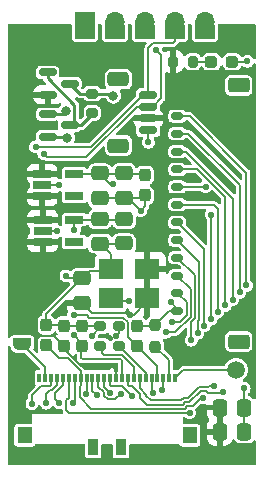
<source format=gbr>
%TF.GenerationSoftware,KiCad,Pcbnew,8.0.2-1*%
%TF.CreationDate,2024-05-28T17:40:09-07:00*%
%TF.ProjectId,camera_v2,63616d65-7261-45f7-9632-2e6b69636164,rev?*%
%TF.SameCoordinates,Original*%
%TF.FileFunction,Copper,L1,Top*%
%TF.FilePolarity,Positive*%
%FSLAX46Y46*%
G04 Gerber Fmt 4.6, Leading zero omitted, Abs format (unit mm)*
G04 Created by KiCad (PCBNEW 8.0.2-1) date 2024-05-28 17:40:09*
%MOMM*%
%LPD*%
G01*
G04 APERTURE LIST*
G04 Aperture macros list*
%AMRoundRect*
0 Rectangle with rounded corners*
0 $1 Rounding radius*
0 $2 $3 $4 $5 $6 $7 $8 $9 X,Y pos of 4 corners*
0 Add a 4 corners polygon primitive as box body*
4,1,4,$2,$3,$4,$5,$6,$7,$8,$9,$2,$3,0*
0 Add four circle primitives for the rounded corners*
1,1,$1+$1,$2,$3*
1,1,$1+$1,$4,$5*
1,1,$1+$1,$6,$7*
1,1,$1+$1,$8,$9*
0 Add four rect primitives between the rounded corners*
20,1,$1+$1,$2,$3,$4,$5,0*
20,1,$1+$1,$4,$5,$6,$7,0*
20,1,$1+$1,$6,$7,$8,$9,0*
20,1,$1+$1,$8,$9,$2,$3,0*%
%AMFreePoly0*
4,1,19,0.500000,-0.750000,0.000000,-0.750000,0.000000,-0.744911,-0.071157,-0.744911,-0.207708,-0.704816,-0.327430,-0.627875,-0.420627,-0.520320,-0.479746,-0.390866,-0.500000,-0.250000,-0.500000,0.250000,-0.479746,0.390866,-0.420627,0.520320,-0.327430,0.627875,-0.207708,0.704816,-0.071157,0.744911,0.000000,0.744911,0.000000,0.750000,0.500000,0.750000,0.500000,-0.750000,0.500000,-0.750000,
$1*%
%AMFreePoly1*
4,1,19,0.000000,0.744911,0.071157,0.744911,0.207708,0.704816,0.327430,0.627875,0.420627,0.520320,0.479746,0.390866,0.500000,0.250000,0.500000,-0.250000,0.479746,-0.390866,0.420627,-0.520320,0.327430,-0.627875,0.207708,-0.704816,0.071157,-0.744911,0.000000,-0.744911,0.000000,-0.750000,-0.500000,-0.750000,-0.500000,0.750000,0.000000,0.750000,0.000000,0.744911,0.000000,0.744911,
$1*%
G04 Aperture macros list end*
%TA.AperFunction,SMDPad,CuDef*%
%ADD10RoundRect,0.250000X-0.475000X0.337500X-0.475000X-0.337500X0.475000X-0.337500X0.475000X0.337500X0*%
%TD*%
%TA.AperFunction,SMDPad,CuDef*%
%ADD11R,2.100000X1.800000*%
%TD*%
%TA.AperFunction,SMDPad,CuDef*%
%ADD12FreePoly0,90.000000*%
%TD*%
%TA.AperFunction,SMDPad,CuDef*%
%ADD13FreePoly1,90.000000*%
%TD*%
%TA.AperFunction,SMDPad,CuDef*%
%ADD14RoundRect,0.237500X-0.237500X0.300000X-0.237500X-0.300000X0.237500X-0.300000X0.237500X0.300000X0*%
%TD*%
%TA.AperFunction,SMDPad,CuDef*%
%ADD15RoundRect,0.250000X0.475000X-0.337500X0.475000X0.337500X-0.475000X0.337500X-0.475000X-0.337500X0*%
%TD*%
%TA.AperFunction,SMDPad,CuDef*%
%ADD16RoundRect,0.237500X0.237500X-0.300000X0.237500X0.300000X-0.237500X0.300000X-0.237500X-0.300000X0*%
%TD*%
%TA.AperFunction,SMDPad,CuDef*%
%ADD17RoundRect,0.250000X-0.337500X-0.475000X0.337500X-0.475000X0.337500X0.475000X-0.337500X0.475000X0*%
%TD*%
%TA.AperFunction,SMDPad,CuDef*%
%ADD18RoundRect,0.150000X0.350000X-0.150000X0.350000X0.150000X-0.350000X0.150000X-0.350000X-0.150000X0*%
%TD*%
%TA.AperFunction,SMDPad,CuDef*%
%ADD19RoundRect,0.250000X0.650000X-0.375000X0.650000X0.375000X-0.650000X0.375000X-0.650000X-0.375000X0*%
%TD*%
%TA.AperFunction,SMDPad,CuDef*%
%ADD20RoundRect,0.200000X0.275000X-0.200000X0.275000X0.200000X-0.275000X0.200000X-0.275000X-0.200000X0*%
%TD*%
%TA.AperFunction,SMDPad,CuDef*%
%ADD21R,1.560000X0.650000*%
%TD*%
%TA.AperFunction,SMDPad,CuDef*%
%ADD22RoundRect,0.237500X-0.237500X0.250000X-0.237500X-0.250000X0.237500X-0.250000X0.237500X0.250000X0*%
%TD*%
%TA.AperFunction,SMDPad,CuDef*%
%ADD23C,1.500000*%
%TD*%
%TA.AperFunction,SMDPad,CuDef*%
%ADD24RoundRect,0.200000X-0.275000X0.200000X-0.275000X-0.200000X0.275000X-0.200000X0.275000X0.200000X0*%
%TD*%
%TA.AperFunction,ComponentPad*%
%ADD25R,1.700000X1.700000*%
%TD*%
%TA.AperFunction,ComponentPad*%
%ADD26O,1.700000X1.700000*%
%TD*%
%TA.AperFunction,SMDPad,CuDef*%
%ADD27RoundRect,0.237500X0.287500X0.237500X-0.287500X0.237500X-0.287500X-0.237500X0.287500X-0.237500X0*%
%TD*%
%TA.AperFunction,SMDPad,CuDef*%
%ADD28R,0.300000X0.800000*%
%TD*%
%TA.AperFunction,SMDPad,CuDef*%
%ADD29R,1.220000X1.400000*%
%TD*%
%TA.AperFunction,SMDPad,CuDef*%
%ADD30R,0.850000X1.400000*%
%TD*%
%TA.AperFunction,SMDPad,CuDef*%
%ADD31RoundRect,0.150000X-0.587500X-0.150000X0.587500X-0.150000X0.587500X0.150000X-0.587500X0.150000X0*%
%TD*%
%TA.AperFunction,SMDPad,CuDef*%
%ADD32RoundRect,0.150000X0.625000X-0.150000X0.625000X0.150000X-0.625000X0.150000X-0.625000X-0.150000X0*%
%TD*%
%TA.AperFunction,SMDPad,CuDef*%
%ADD33RoundRect,0.250000X0.650000X-0.350000X0.650000X0.350000X-0.650000X0.350000X-0.650000X-0.350000X0*%
%TD*%
%TA.AperFunction,SMDPad,CuDef*%
%ADD34RoundRect,0.200000X-0.200000X-0.275000X0.200000X-0.275000X0.200000X0.275000X-0.200000X0.275000X0*%
%TD*%
%TA.AperFunction,ViaPad*%
%ADD35C,0.560000*%
%TD*%
%TA.AperFunction,ViaPad*%
%ADD36C,0.800000*%
%TD*%
%TA.AperFunction,Conductor*%
%ADD37C,0.127000*%
%TD*%
%TA.AperFunction,Conductor*%
%ADD38C,0.152400*%
%TD*%
%TA.AperFunction,Conductor*%
%ADD39C,0.250000*%
%TD*%
G04 APERTURE END LIST*
D10*
%TO.P,C2,1,1*%
%TO.N,1.5V*%
X154950000Y-118522500D03*
%TO.P,C2,2,2*%
%TO.N,GND*%
X154950000Y-120597500D03*
%TD*%
D11*
%TO.P,OSC1,1,INH*%
%TO.N,+3V3*%
X158960000Y-126600000D03*
%TO.P,OSC1,2,GND*%
%TO.N,GND*%
X155860000Y-126600000D03*
%TO.P,OSC1,3,OUT*%
%TO.N,Net-(OSC1-OUT)*%
X155860000Y-129100000D03*
%TO.P,OSC1,4,VCC*%
%TO.N,+3V3*%
X158960000Y-129100000D03*
%TD*%
D12*
%TO.P,JP1,1,A*%
%TO.N,Net-(JP1-A)*%
X148375000Y-133000000D03*
D13*
%TO.P,JP1,2,B*%
%TO.N,+3V3*%
X148375000Y-131700000D03*
%TD*%
D14*
%TO.P,C1,1,1*%
%TO.N,1.5V*%
X158790000Y-118660000D03*
%TO.P,C1,2,2*%
%TO.N,GND*%
X158790000Y-120385000D03*
%TD*%
D15*
%TO.P,C6,1,1*%
%TO.N,+3V3*%
X153400000Y-129487500D03*
%TO.P,C6,2,2*%
%TO.N,GND*%
X153400000Y-127412500D03*
%TD*%
D16*
%TO.P,C12,1,1*%
%TO.N,VBUS_RESET {slash} PC*%
X150410000Y-133070000D03*
%TO.P,C12,2,2*%
%TO.N,GND*%
X150410000Y-131345000D03*
%TD*%
D17*
%TO.P,C4,1,1*%
%TO.N,+3V3*%
X165095000Y-140390000D03*
%TO.P,C4,2,2*%
%TO.N,GND*%
X167170000Y-140390000D03*
%TD*%
D18*
%TO.P,J7,1,Pin_1*%
%TO.N,GND*%
X161510000Y-130165000D03*
%TO.P,J7,2,Pin_2*%
%TO.N,D9*%
X161510000Y-128665000D03*
%TO.P,J7,3,Pin_3*%
%TO.N,D8*%
X161510000Y-127165000D03*
%TO.P,J7,4,Pin_4*%
%TO.N,ENABLE_BURN {slash} D7*%
X161510000Y-125665000D03*
%TO.P,J7,5,Pin_5*%
%TO.N,D6*%
X161510000Y-124165000D03*
%TO.P,J7,6,Pin_6*%
%TO.N,D5*%
X161510000Y-122665000D03*
%TO.P,J7,7,Pin_7*%
%TO.N,D4*%
X161510000Y-121165000D03*
%TO.P,J7,8,Pin_8*%
%TO.N,ENAB_RF {slash} D3*%
X161510000Y-119665000D03*
%TO.P,J7,9,Pin_9*%
%TO.N,I2C_RESET {slash} D2*%
X161510000Y-118165000D03*
%TO.P,J7,10,Pin_10*%
%TO.N,VBUS_RESET {slash} PC*%
X161510000Y-116665000D03*
%TO.P,J7,11,Pin_11*%
%TO.N,BURN_RELAY_A {slash} VS*%
X161510000Y-115165000D03*
%TO.P,J7,12,Pin_12*%
%TO.N,HS*%
X161510000Y-113665000D03*
D19*
%TO.P,J7,MP*%
%TO.N,N/C*%
X166700000Y-132770000D03*
X166700000Y-111060000D03*
%TD*%
D20*
%TO.P,R7,1*%
%TO.N,Net-(X1-PWDN)*%
X155000000Y-133100000D03*
%TO.P,R7,2*%
%TO.N,GND*%
X155000000Y-131450000D03*
%TD*%
D21*
%TO.P,U3,1,IN*%
%TO.N,+3V3*%
X150100000Y-122427500D03*
%TO.P,U3,2,GND*%
%TO.N,GND*%
X150100000Y-123377500D03*
%TO.P,U3,3,EN*%
%TO.N,+3V3*%
X150100000Y-124327500D03*
%TO.P,U3,4,P4*%
%TO.N,unconnected-(U3-P4-Pad4)*%
X152800000Y-124327500D03*
%TO.P,U3,5,OUT*%
%TO.N,2.8V*%
X152800000Y-122427500D03*
%TD*%
D16*
%TO.P,C9,1,1*%
%TO.N,+3V3*%
X151950000Y-133125000D03*
%TO.P,C9,2,2*%
%TO.N,GND*%
X151950000Y-131400000D03*
%TD*%
D21*
%TO.P,U2,1,IN*%
%TO.N,+3V3*%
X150070000Y-118562500D03*
%TO.P,U2,2,GND*%
%TO.N,GND*%
X150070000Y-119512500D03*
%TO.P,U2,3,EN*%
%TO.N,+3V3*%
X150070000Y-120462500D03*
%TO.P,U2,4,P4*%
%TO.N,unconnected-(U2-P4-Pad4)*%
X152770000Y-120462500D03*
%TO.P,U2,5,OUT*%
%TO.N,1.5V*%
X152770000Y-118562500D03*
%TD*%
D22*
%TO.P,FB1,1,P$1*%
%TO.N,GND*%
X159650000Y-131355000D03*
%TO.P,FB1,2,P$2*%
%TO.N,AGND*%
X159650000Y-133180000D03*
%TD*%
D16*
%TO.P,C11,1,1*%
%TO.N,2.8V*%
X158110000Y-133130000D03*
%TO.P,C11,2,2*%
%TO.N,GND*%
X158110000Y-131405000D03*
%TD*%
D10*
%TO.P,C3,1,1*%
%TO.N,1.5V*%
X157000000Y-118515000D03*
%TO.P,C3,2,2*%
%TO.N,GND*%
X157000000Y-120590000D03*
%TD*%
%TO.P,C7,1,1*%
%TO.N,2.8V*%
X157000000Y-122370000D03*
%TO.P,C7,2,2*%
%TO.N,GND*%
X157000000Y-124445000D03*
%TD*%
D23*
%TO.P,J1,1,Pin_1*%
%TO.N,Net-(J1-Pin_1)*%
X166480000Y-135160000D03*
%TD*%
D24*
%TO.P,R1,1*%
%TO.N,pwr_in*%
X154300000Y-111755000D03*
%TO.P,R1,2*%
%TO.N,Net-(Q1-G)*%
X154300000Y-113405000D03*
%TD*%
D25*
%TO.P,J2,1,Pin_1*%
%TO.N,GND*%
X153690000Y-105660000D03*
D26*
%TO.P,J2,2,Pin_2*%
%TO.N,pwr_ctrl*%
X156230000Y-105660000D03*
%TO.P,J2,3,Pin_3*%
%TO.N,SDA1*%
X158770000Y-105660000D03*
%TO.P,J2,4,Pin_4*%
%TO.N,SCL1*%
X161310000Y-105660000D03*
%TO.P,J2,5,Pin_5*%
%TO.N,pwr_in*%
X163850000Y-105660000D03*
%TD*%
D16*
%TO.P,C10,1,1*%
%TO.N,1.5V*%
X153475000Y-133125000D03*
%TO.P,C10,2,2*%
%TO.N,GND*%
X153475000Y-131400000D03*
%TD*%
D27*
%TO.P,D1,1,K*%
%TO.N,GND*%
X166150000Y-109060000D03*
%TO.P,D1,2,A*%
%TO.N,Net-(D1-A)*%
X164400000Y-109060000D03*
%TD*%
D28*
%TO.P,X1,1,DATA0*%
%TO.N,unconnected-(X1-DATA0-Pad1)*%
X149825000Y-135840000D03*
%TO.P,X1,2,DATA1*%
%TO.N,Net-(JP1-A)*%
X150325000Y-135840000D03*
%TO.P,X1,3,DATA4*%
%TO.N,D4*%
X150825000Y-135840000D03*
%TO.P,X1,4,DATA3*%
%TO.N,ENAB_RF {slash} D3*%
X151325000Y-135840000D03*
%TO.P,X1,5,DATA5*%
%TO.N,D5*%
X151825000Y-135840000D03*
%TO.P,X1,6,DATA2*%
%TO.N,I2C_RESET {slash} D2*%
X152325000Y-135840000D03*
%TO.P,X1,7,DATA6*%
%TO.N,D6*%
X152825000Y-135840000D03*
%TO.P,X1,8,PCLK*%
%TO.N,VBUS_RESET {slash} PC*%
X153325000Y-135840000D03*
%TO.P,X1,9,DATA7*%
%TO.N,ENABLE_BURN {slash} D7*%
X153825000Y-135840000D03*
%TO.P,X1,10,DGND*%
%TO.N,GND*%
X154325000Y-135840000D03*
%TO.P,X1,11,DATA8*%
%TO.N,D8*%
X154825000Y-135840000D03*
%TO.P,X1,12,XCLK*%
%TO.N,Net-(OSC1-OUT)*%
X155325000Y-135840000D03*
%TO.P,X1,13,DATA9*%
%TO.N,D9*%
X155825000Y-135840000D03*
%TO.P,X1,14,DOVDD*%
%TO.N,+3V3*%
X156325000Y-135840000D03*
%TO.P,X1,15,DVDD*%
%TO.N,1.5V*%
X156825000Y-135840000D03*
%TO.P,X1,16,HSYNC*%
%TO.N,HS*%
X157325000Y-135840000D03*
%TO.P,X1,17,PWDN*%
%TO.N,Net-(X1-PWDN)*%
X157825000Y-135840000D03*
%TO.P,X1,18,VSYNC*%
%TO.N,BURN_RELAY_A {slash} VS*%
X158325000Y-135840000D03*
%TO.P,X1,19,~{RESET}*%
%TO.N,Net-(X1-~{RESET})*%
X158825000Y-135840000D03*
%TO.P,X1,20,SCL*%
%TO.N,SCL1*%
X159325000Y-135840000D03*
%TO.P,X1,21,AVDD*%
%TO.N,2.8V*%
X159825000Y-135840000D03*
%TO.P,X1,22,SDA*%
%TO.N,SDA1*%
X160325000Y-135840000D03*
%TO.P,X1,23,AGND*%
%TO.N,AGND*%
X160825000Y-135840000D03*
%TO.P,X1,24,STROBE*%
%TO.N,Net-(J1-Pin_1)*%
X161325000Y-135840000D03*
D29*
%TO.P,X1,MP*%
%TO.N,N/C*%
X148585000Y-140690000D03*
D30*
X154400000Y-141700000D03*
X156750000Y-141700000D03*
D29*
X162565000Y-140690000D03*
%TD*%
D10*
%TO.P,C8,1,1*%
%TO.N,2.8V*%
X154950000Y-122380000D03*
%TO.P,C8,2,2*%
%TO.N,GND*%
X154950000Y-124455000D03*
%TD*%
D31*
%TO.P,Q1,1,G*%
%TO.N,Net-(Q1-G)*%
X150530000Y-109960000D03*
%TO.P,Q1,2,S*%
%TO.N,+3V3*%
X150530000Y-111860000D03*
%TO.P,Q1,3,D*%
%TO.N,pwr_in*%
X152405000Y-110910000D03*
%TD*%
%TO.P,Q2,1,G*%
%TO.N,pwr_ctrl*%
X150530000Y-113500000D03*
%TO.P,Q2,2,S*%
%TO.N,GND*%
X150530000Y-115400000D03*
%TO.P,Q2,3,D*%
%TO.N,Net-(Q1-G)*%
X152405000Y-114450000D03*
%TD*%
D32*
%TO.P,J8,1,Pin_1*%
%TO.N,GND*%
X159050000Y-114857500D03*
%TO.P,J8,2,Pin_2*%
%TO.N,+3V3*%
X159050000Y-113857500D03*
%TO.P,J8,3,Pin_3*%
%TO.N,SDA1*%
X159050000Y-112857500D03*
%TO.P,J8,4,Pin_4*%
%TO.N,SCL1*%
X159050000Y-111857500D03*
D33*
%TO.P,J8,MP*%
%TO.N,N/C*%
X156525000Y-116157500D03*
X156525000Y-110557500D03*
%TD*%
D34*
%TO.P,R5,1*%
%TO.N,+3V3*%
X161170000Y-109050000D03*
%TO.P,R5,2*%
%TO.N,Net-(D1-A)*%
X162820000Y-109050000D03*
%TD*%
D24*
%TO.P,R6,1*%
%TO.N,+3V3*%
X156550000Y-131475000D03*
%TO.P,R6,2*%
%TO.N,Net-(X1-~{RESET})*%
X156550000Y-133125000D03*
%TD*%
D17*
%TO.P,C5,1,1*%
%TO.N,+3V3*%
X165095000Y-138340000D03*
%TO.P,C5,2,2*%
%TO.N,GND*%
X167170000Y-138340000D03*
%TD*%
D35*
%TO.N,1.5V*%
X152738614Y-132214979D03*
X156100000Y-119420000D03*
%TO.N,+3V3*%
X156205700Y-134807700D03*
X156300000Y-132245500D03*
X163700000Y-138340000D03*
X157533348Y-130473284D03*
D36*
X148025000Y-135450000D03*
X147850000Y-130300000D03*
D35*
%TO.N,2.8V*%
X152721871Y-130542306D03*
X152790000Y-123300000D03*
%TO.N,VBUS_RESET {slash} PC*%
X166200000Y-129200000D03*
X163700000Y-137500000D03*
%TO.N,D9*%
X157628962Y-137328962D03*
X161025000Y-131075000D03*
%TO.N,D8*%
X160550000Y-131975000D03*
X156710460Y-137196340D03*
%TO.N,GND*%
X152080000Y-127190000D03*
X158400000Y-121690000D03*
X151450000Y-119510000D03*
X159060000Y-115880000D03*
D36*
X152200000Y-115500000D03*
D35*
X151290000Y-123420000D03*
X154696786Y-137285906D03*
X167180000Y-136720000D03*
X167440000Y-109020000D03*
X160930000Y-129440000D03*
X154250000Y-132300000D03*
%TO.N,ENABLE_BURN {slash} D7*%
X162681400Y-132650000D03*
X153800000Y-137175000D03*
%TO.N,D6*%
X163237600Y-132050000D03*
X152675000Y-137975000D03*
%TO.N,D5*%
X163793800Y-131400000D03*
X151500000Y-137950000D03*
%TO.N,D4*%
X149200000Y-138011900D03*
X164940000Y-130250000D03*
%TO.N,ENAB_RF {slash} D3*%
X150400000Y-137975000D03*
X163900353Y-119649647D03*
X164384300Y-122000027D03*
X164384300Y-130850000D03*
%TO.N,I2C_RESET {slash} D2*%
X162550000Y-138775000D03*
X165550000Y-129700000D03*
%TO.N,BURN_RELAY_A {slash} VS*%
X164642468Y-136520549D03*
X166800000Y-128600000D03*
%TO.N,HS*%
X165350000Y-137000000D03*
X167355700Y-128000000D03*
%TO.N,Net-(OSC1-OUT)*%
X157430498Y-129350000D03*
X155837544Y-137098418D03*
%TO.N,SDA1*%
X159692940Y-108052940D03*
X160175000Y-136825000D03*
X150200000Y-116835700D03*
%TO.N,SCL1*%
X159425000Y-137125000D03*
X149500000Y-116280000D03*
D36*
%TO.N,pwr_in*%
X156100000Y-111950000D03*
%TO.N,pwr_ctrl*%
X152050000Y-113250000D03*
%TD*%
D37*
%TO.N,1.5V*%
X156825000Y-134378776D02*
X156825000Y-135840000D01*
X153350000Y-133250000D02*
X153350000Y-134129400D01*
D38*
X158692500Y-118562500D02*
X152770000Y-118562500D01*
D37*
X156710924Y-134264700D02*
X156825000Y-134378776D01*
D38*
X158790000Y-118660000D02*
X158692500Y-118562500D01*
X155847500Y-119420000D02*
X154950000Y-118522500D01*
D37*
X153485300Y-134264700D02*
X156710924Y-134264700D01*
X153475000Y-133125000D02*
X153350000Y-133250000D01*
X153475000Y-133125000D02*
X153475000Y-132951365D01*
D38*
X153475000Y-132951365D02*
X152738614Y-132214979D01*
D37*
X153350000Y-134129400D02*
X153485300Y-134264700D01*
D38*
X156100000Y-119420000D02*
X155847500Y-119420000D01*
%TO.N,+3V3*%
X149000000Y-131700000D02*
X148375000Y-131700000D01*
X153350108Y-134807700D02*
X151950000Y-133407592D01*
X156205700Y-134807700D02*
X156325000Y-134927000D01*
X157533348Y-130473284D02*
X157432664Y-130372600D01*
X151950000Y-133125000D02*
X151081300Y-132256300D01*
X158960000Y-129320000D02*
X158960000Y-126820000D01*
X149556300Y-132256300D02*
X149000000Y-131700000D01*
X148375000Y-131700000D02*
X147850000Y-131175000D01*
X157806716Y-130473284D02*
X158960000Y-129320000D01*
X157432664Y-130372600D02*
X154285100Y-130372600D01*
X154285100Y-130372600D02*
X153400000Y-129487500D01*
X151081300Y-132256300D02*
X149556300Y-132256300D01*
X156550000Y-131475000D02*
X156550000Y-131995500D01*
X156550000Y-131995500D02*
X156300000Y-132245500D01*
D37*
X158705000Y-129320000D02*
X158960000Y-129320000D01*
D38*
X147850000Y-131175000D02*
X147850000Y-130300000D01*
X157533348Y-130473284D02*
X157806716Y-130473284D01*
X151950000Y-133407592D02*
X151950000Y-133125000D01*
X156205700Y-134807700D02*
X153350108Y-134807700D01*
X163700000Y-138340000D02*
X165095000Y-138340000D01*
X156325000Y-134927000D02*
X156325000Y-135840000D01*
%TO.N,2.8V*%
X157000000Y-122370000D02*
X156942500Y-122427500D01*
X154063982Y-130725000D02*
X156948448Y-130725000D01*
X156942500Y-122427500D02*
X152800000Y-122427500D01*
X152721871Y-130542306D02*
X153881288Y-130542306D01*
D37*
X158110000Y-133130000D02*
X158380000Y-133130000D01*
D38*
X153881288Y-130542306D02*
X154063982Y-130725000D01*
X152791200Y-130611635D02*
X152721871Y-130542306D01*
X156948448Y-130725000D02*
X157358800Y-131135352D01*
D37*
X159825000Y-134845000D02*
X159825000Y-135840000D01*
X158110000Y-133130000D02*
X159825000Y-134845000D01*
D38*
X157358800Y-131135352D02*
X157358800Y-132378800D01*
X152790000Y-123300000D02*
X152790000Y-122437500D01*
X152790000Y-122437500D02*
X152800000Y-122427500D01*
X157358800Y-132378800D02*
X158110000Y-133130000D01*
D37*
%TO.N,VBUS_RESET {slash} PC*%
X153225000Y-136575000D02*
X153325000Y-136475000D01*
D38*
X166200000Y-120665046D02*
X162199954Y-116665000D01*
D37*
X153325000Y-135840000D02*
X153325000Y-135263000D01*
X154185300Y-138435300D02*
X153225000Y-137475000D01*
X153325000Y-135263000D02*
X152237000Y-134175000D01*
X162324874Y-138231500D02*
X162121074Y-138435300D01*
X162793500Y-138231500D02*
X162324874Y-138231500D01*
X163700000Y-137500000D02*
X163525000Y-137500000D01*
X153225000Y-137475000D02*
X153225000Y-136575000D01*
X163525000Y-137500000D02*
X162793500Y-138231500D01*
D38*
X162199954Y-116665000D02*
X161510000Y-116665000D01*
D37*
X162121074Y-138435300D02*
X154185300Y-138435300D01*
X151515000Y-134175000D02*
X150410000Y-133070000D01*
X153325000Y-136475000D02*
X153325000Y-135840000D01*
X152237000Y-134175000D02*
X151515000Y-134175000D01*
D38*
X166200000Y-129200000D02*
X166200000Y-120665046D01*
%TO.N,AGND*%
X159650000Y-133180000D02*
X160825000Y-134355000D01*
X160825000Y-134355000D02*
X160825000Y-135840000D01*
%TO.N,Net-(J1-Pin_1)*%
X162005000Y-135160000D02*
X161325000Y-135840000D01*
X166480000Y-135160000D02*
X162005000Y-135160000D01*
%TO.N,D9*%
X157628962Y-137328962D02*
X156851100Y-136551100D01*
X161702738Y-131075000D02*
X162286200Y-130491538D01*
X155825000Y-136442400D02*
X155825000Y-135840000D01*
X156851100Y-136551100D02*
X155933700Y-136551100D01*
X155933700Y-136551100D02*
X155825000Y-136442400D01*
X161025000Y-131075000D02*
X161702738Y-131075000D01*
X162286200Y-129441200D02*
X161510000Y-128665000D01*
X162286200Y-130491538D02*
X162286200Y-129441200D01*
%TO.N,D8*%
X155281344Y-137328804D02*
X155281344Y-137056344D01*
X155607158Y-137654618D02*
X155281344Y-137328804D01*
X156252182Y-137654618D02*
X155607158Y-137654618D01*
X162638600Y-128293600D02*
X161510000Y-127165000D01*
X160550000Y-131975000D02*
X161301106Y-131975000D01*
X161301106Y-131975000D02*
X162638600Y-130637506D01*
X156710460Y-137196340D02*
X156252182Y-137654618D01*
X155281344Y-137056344D02*
X154825000Y-136600000D01*
X162638600Y-130637506D02*
X162638600Y-128293600D01*
X154825000Y-136600000D02*
X154825000Y-135840000D01*
%TO.N,GND*%
X167170000Y-140390000D02*
X167170000Y-138340000D01*
D37*
X151895000Y-131345000D02*
X151950000Y-131400000D01*
D38*
X161510000Y-130020000D02*
X160930000Y-129440000D01*
X155860000Y-125365000D02*
X154950000Y-124455000D01*
X154325000Y-136914120D02*
X154325000Y-135840000D01*
X161510000Y-130165000D02*
X160840000Y-130165000D01*
X160840000Y-130165000D02*
X159650000Y-131355000D01*
X150410000Y-131345000D02*
X150410000Y-130402500D01*
D39*
X152100000Y-115400000D02*
X152200000Y-115500000D01*
D38*
X155000000Y-131450000D02*
X153525000Y-131450000D01*
X150410000Y-131345000D02*
X151895000Y-131345000D01*
X154950000Y-120597500D02*
X158577500Y-120597500D01*
X161510000Y-130165000D02*
X161510000Y-130020000D01*
X150410000Y-130402500D02*
X153400000Y-127412500D01*
X154950000Y-124455000D02*
X156990000Y-124455000D01*
X167400000Y-109060000D02*
X167440000Y-109020000D01*
X155860000Y-126820000D02*
X155860000Y-125365000D01*
X151247500Y-123377500D02*
X151290000Y-123420000D01*
X155860000Y-126820000D02*
X153992500Y-126820000D01*
X159050000Y-115870000D02*
X159060000Y-115880000D01*
X158577500Y-120597500D02*
X158790000Y-120385000D01*
X159650000Y-131355000D02*
X159600000Y-131405000D01*
X153992500Y-126820000D02*
X153400000Y-127412500D01*
X166150000Y-109060000D02*
X167400000Y-109060000D01*
D37*
X155000000Y-131450000D02*
X155000000Y-131550000D01*
X155000000Y-131450000D02*
X155180000Y-131450000D01*
D38*
X167170000Y-138340000D02*
X167170000Y-136730000D01*
X158790000Y-120385000D02*
X158790000Y-121300000D01*
D37*
X153525000Y-131450000D02*
X153475000Y-131400000D01*
D38*
X159600000Y-131405000D02*
X158110000Y-131405000D01*
X152302500Y-127412500D02*
X152080000Y-127190000D01*
X167170000Y-136730000D02*
X167180000Y-136720000D01*
X159050000Y-114857500D02*
X159050000Y-115870000D01*
X154696786Y-137285906D02*
X154325000Y-136914120D01*
X153475000Y-131400000D02*
X151950000Y-131400000D01*
X158790000Y-121300000D02*
X158400000Y-121690000D01*
X156990000Y-124455000D02*
X157000000Y-124445000D01*
X150100000Y-123377500D02*
X151247500Y-123377500D01*
X150070000Y-119512500D02*
X151447500Y-119512500D01*
X157000000Y-120590000D02*
X157300000Y-120590000D01*
D39*
X150530000Y-115400000D02*
X152100000Y-115400000D01*
D38*
X157300000Y-120590000D02*
X158400000Y-121690000D01*
X155000000Y-131550000D02*
X154250000Y-132300000D01*
X153400000Y-127412500D02*
X152302500Y-127412500D01*
X151447500Y-119512500D02*
X151450000Y-119510000D01*
%TO.N,ENABLE_BURN {slash} D7*%
X153825000Y-137150000D02*
X153800000Y-137175000D01*
X153825000Y-135840000D02*
X153825000Y-137150000D01*
X162991000Y-130783475D02*
X162991000Y-127146000D01*
X162681400Y-131093075D02*
X162991000Y-130783475D01*
X162991000Y-127146000D02*
X161510000Y-125665000D01*
X162681400Y-132650000D02*
X162681400Y-131093075D01*
%TO.N,D6*%
X163343400Y-125998400D02*
X161510000Y-124165000D01*
X152675000Y-137975000D02*
X152825000Y-137825000D01*
X163343400Y-130929444D02*
X163343400Y-125998400D01*
X163237600Y-131035244D02*
X163343400Y-130929444D01*
X152825000Y-137825000D02*
X152825000Y-135840000D01*
X163237600Y-132050000D02*
X163237600Y-131035244D01*
%TO.N,D5*%
X151500000Y-137950000D02*
X151150000Y-137600000D01*
X163793800Y-131400000D02*
X163793800Y-124948800D01*
X151150000Y-137600000D02*
X151150000Y-137114137D01*
X151150000Y-137114137D02*
X151825000Y-136439137D01*
X151825000Y-136439137D02*
X151825000Y-135840000D01*
X163793800Y-124948800D02*
X161510000Y-122665000D01*
%TO.N,D4*%
X164940000Y-130250000D02*
X164940000Y-121500000D01*
X149200000Y-137300000D02*
X149983800Y-136516200D01*
X164940000Y-121500000D02*
X164605000Y-121165000D01*
X150751200Y-136516200D02*
X150825000Y-136442400D01*
X164605000Y-121165000D02*
X161510000Y-121165000D01*
X149983800Y-136516200D02*
X150751200Y-136516200D01*
X150825000Y-136442400D02*
X150825000Y-135840000D01*
X149200000Y-138011900D02*
X149200000Y-137300000D01*
%TO.N,ENAB_RF {slash} D3*%
X163900353Y-119649647D02*
X163885000Y-119665000D01*
X150400000Y-137975000D02*
X150400000Y-137175000D01*
X150706400Y-136868600D02*
X150897168Y-136868600D01*
X151325000Y-136440768D02*
X151325000Y-135840000D01*
X150897168Y-136868600D02*
X151325000Y-136440768D01*
X164384300Y-130850000D02*
X164384300Y-122000027D01*
X150400000Y-137175000D02*
X150706400Y-136868600D01*
X163885000Y-119665000D02*
X161510000Y-119665000D01*
%TO.N,I2C_RESET {slash} D2*%
X165550000Y-129700000D02*
X165550000Y-120513414D01*
X162550000Y-138775000D02*
X152325000Y-138775000D01*
X152325000Y-137538414D02*
X152118800Y-137744614D01*
X165550000Y-120513414D02*
X163201586Y-118165000D01*
X152118800Y-138568800D02*
X152325000Y-138775000D01*
X152118800Y-137744614D02*
X152118800Y-138568800D01*
X152325000Y-135840000D02*
X152325000Y-137538414D01*
X163201586Y-118165000D02*
X161510000Y-118165000D01*
%TO.N,BURN_RELAY_A {slash} VS*%
X162445000Y-115165000D02*
X161510000Y-115165000D01*
X162038197Y-137539400D02*
X161834397Y-137743200D01*
X159256614Y-137743200D02*
X158868800Y-137355386D01*
X162375646Y-137539400D02*
X162038197Y-137539400D01*
X158868800Y-137268800D02*
X158325000Y-136725000D01*
X164642468Y-136520549D02*
X164154451Y-136520549D01*
X164154451Y-136520549D02*
X164083600Y-136591400D01*
X166800000Y-128600000D02*
X166800000Y-119520000D01*
X161834397Y-137743200D02*
X159256614Y-137743200D01*
X158868800Y-137355386D02*
X158868800Y-137268800D01*
X164083600Y-136591400D02*
X163323646Y-136591400D01*
X166800000Y-119520000D02*
X162445000Y-115165000D01*
X158325000Y-136725000D02*
X158325000Y-135840000D01*
X163323646Y-136591400D02*
X162375646Y-137539400D01*
%TO.N,HS*%
X163971200Y-136943800D02*
X163469614Y-136943800D01*
X157972600Y-136870968D02*
X157972600Y-136847600D01*
X157398800Y-136516200D02*
X157325000Y-136442400D01*
X162545000Y-113665000D02*
X161510000Y-113665000D01*
X161980366Y-138095600D02*
X158897232Y-138095600D01*
X158897232Y-138095600D02*
X158325000Y-137523368D01*
X165273251Y-137076749D02*
X164104149Y-137076749D01*
X157972600Y-136847600D02*
X157641200Y-136516200D01*
X164104149Y-137076749D02*
X163971200Y-136943800D01*
X158325000Y-137223368D02*
X157972600Y-136870968D01*
X158325000Y-137523368D02*
X158325000Y-137223368D01*
X157325000Y-136442400D02*
X157325000Y-135840000D01*
X162184166Y-137891800D02*
X161980366Y-138095600D01*
X167355700Y-128000000D02*
X167355700Y-118475700D01*
X165350000Y-137000000D02*
X165273251Y-137076749D01*
X163469614Y-136943800D02*
X162521614Y-137891800D01*
X157641200Y-136516200D02*
X157398800Y-136516200D01*
X167355700Y-118475700D02*
X162545000Y-113665000D01*
X162521614Y-137891800D02*
X162184166Y-137891800D01*
%TO.N,Net-(JP1-A)*%
X150325000Y-135840000D02*
X150325000Y-134950000D01*
X150325000Y-134950000D02*
X148375000Y-133000000D01*
%TO.N,Net-(OSC1-OUT)*%
X155837544Y-137098418D02*
X155325000Y-136585874D01*
X155325000Y-136585874D02*
X155325000Y-135840000D01*
D37*
X155890000Y-129350000D02*
X155860000Y-129320000D01*
D38*
X157430498Y-129350000D02*
X155890000Y-129350000D01*
%TO.N,Net-(X1-~{RESET})*%
X158825000Y-135400000D02*
X158825000Y-135840000D01*
X156550000Y-133125000D02*
X158825000Y-135400000D01*
%TO.N,Net-(X1-PWDN)*%
X155000000Y-133100000D02*
X155100000Y-133200000D01*
X155275000Y-133925000D02*
X156851632Y-133925000D01*
X155100000Y-133750000D02*
X155275000Y-133925000D01*
X156851632Y-133925000D02*
X157825000Y-134898368D01*
X155100000Y-133200000D02*
X155100000Y-133750000D01*
X157825000Y-134898368D02*
X157825000Y-135840000D01*
%TO.N,SDA1*%
X158080841Y-112857500D02*
X159050000Y-112857500D01*
X150504300Y-117140000D02*
X153798341Y-117140000D01*
X159050000Y-112857500D02*
X159427738Y-112857500D01*
X160120000Y-108480000D02*
X159692940Y-108052940D01*
X160120000Y-112165238D02*
X160120000Y-108480000D01*
X153798341Y-117140000D02*
X158080841Y-112857500D01*
X160175000Y-136825000D02*
X160325000Y-136675000D01*
X159427738Y-112857500D02*
X160120000Y-112165238D01*
X150200000Y-116835700D02*
X150504300Y-117140000D01*
X160325000Y-136675000D02*
X160325000Y-135840000D01*
%TO.N,SCL1*%
X149500000Y-116280000D02*
X154159973Y-116280000D01*
X158582473Y-111857500D02*
X159050000Y-111857500D01*
X161113260Y-107496740D02*
X161310000Y-107300000D01*
X159325000Y-137025000D02*
X159325000Y-135840000D01*
X154159973Y-116280000D02*
X158582473Y-111857500D01*
X161310000Y-107300000D02*
X161310000Y-105853200D01*
X159425000Y-137125000D02*
X159325000Y-137025000D01*
X159050000Y-111857500D02*
X159050000Y-107909294D01*
X159050000Y-107909294D02*
X159462554Y-107496740D01*
X159462554Y-107496740D02*
X161113260Y-107496740D01*
%TO.N,Net-(D1-A)*%
X164390000Y-109050000D02*
X164400000Y-109060000D01*
X162820000Y-109050000D02*
X164390000Y-109050000D01*
D39*
%TO.N,Net-(Q1-G)*%
X150530000Y-109960000D02*
X150530000Y-110450749D01*
X150530000Y-110450749D02*
X152800000Y-112720749D01*
X152800000Y-114055000D02*
X152405000Y-114450000D01*
X154300000Y-113500000D02*
X153350000Y-114450000D01*
X154300000Y-113405000D02*
X154300000Y-113500000D01*
X153350000Y-114450000D02*
X152405000Y-114450000D01*
X152800000Y-112720749D02*
X152800000Y-114055000D01*
%TO.N,pwr_in*%
X155905000Y-111755000D02*
X156100000Y-111950000D01*
X153250000Y-111755000D02*
X152405000Y-110910000D01*
X154300000Y-111755000D02*
X153250000Y-111755000D01*
X154300000Y-111755000D02*
X155905000Y-111755000D01*
%TO.N,pwr_ctrl*%
X150530000Y-113500000D02*
X151800000Y-113500000D01*
X151800000Y-113500000D02*
X152050000Y-113250000D01*
%TD*%
%TA.AperFunction,Conductor*%
%TO.N,+3V3*%
G36*
X147355703Y-133145705D02*
G01*
X147393477Y-133204483D01*
X147393477Y-133204484D01*
X147416514Y-133282944D01*
X147416516Y-133282950D01*
X147447198Y-133350135D01*
X147447203Y-133350145D01*
X147524932Y-133471093D01*
X147524938Y-133471101D01*
X147573299Y-133526911D01*
X147573301Y-133526914D01*
X147681953Y-133621061D01*
X147681960Y-133621066D01*
X147681965Y-133621070D01*
X147726203Y-133649500D01*
X147744094Y-133660998D01*
X147744105Y-133661004D01*
X147874879Y-133720727D01*
X147874880Y-133720727D01*
X147874884Y-133720729D01*
X147945754Y-133741539D01*
X147945756Y-133741539D01*
X147945758Y-133741540D01*
X147979444Y-133746383D01*
X148088069Y-133762001D01*
X148088070Y-133762001D01*
X148161927Y-133762001D01*
X148161930Y-133762001D01*
X148168197Y-133761099D01*
X148170549Y-133760762D01*
X148188194Y-133759500D01*
X148561806Y-133759500D01*
X148579451Y-133760762D01*
X148582332Y-133761176D01*
X148588070Y-133762001D01*
X148588073Y-133762001D01*
X148617958Y-133762001D01*
X148684997Y-133781686D01*
X148705639Y-133798320D01*
X149881139Y-134973819D01*
X149914624Y-135035142D01*
X149909640Y-135104834D01*
X149867768Y-135160767D01*
X149802304Y-135185184D01*
X149793459Y-135185500D01*
X149649936Y-135185500D01*
X149575698Y-135200266D01*
X149491515Y-135256515D01*
X149435266Y-135340699D01*
X149435264Y-135340703D01*
X149420500Y-135414928D01*
X149420500Y-136265063D01*
X149435266Y-136339301D01*
X149435267Y-136339304D01*
X149481969Y-136409198D01*
X149502847Y-136475875D01*
X149484362Y-136543255D01*
X149466548Y-136565769D01*
X148996947Y-137035372D01*
X148935376Y-137096942D01*
X148935374Y-137096945D01*
X148891836Y-137172353D01*
X148869300Y-137256460D01*
X148869300Y-137530781D01*
X148849615Y-137597820D01*
X148820793Y-137629152D01*
X148818794Y-137630686D01*
X148818792Y-137630688D01*
X148818790Y-137630690D01*
X148784022Y-137676001D01*
X148733113Y-137742346D01*
X148679259Y-137872364D01*
X148679258Y-137872368D01*
X148664388Y-137985319D01*
X148660888Y-138011900D01*
X148677982Y-138141743D01*
X148679258Y-138151431D01*
X148679259Y-138151435D01*
X148733113Y-138281453D01*
X148733114Y-138281455D01*
X148733115Y-138281456D01*
X148818790Y-138393110D01*
X148930444Y-138478785D01*
X148930445Y-138478785D01*
X148930446Y-138478786D01*
X148955376Y-138489112D01*
X149060468Y-138532642D01*
X149179598Y-138548326D01*
X149199999Y-138551012D01*
X149200000Y-138551012D01*
X149200001Y-138551012D01*
X149214541Y-138549097D01*
X149339532Y-138532642D01*
X149469556Y-138478785D01*
X149581210Y-138393110D01*
X149666885Y-138281456D01*
X149693082Y-138218208D01*
X149736921Y-138163809D01*
X149803215Y-138141743D01*
X149870914Y-138159022D01*
X149918525Y-138210158D01*
X149922194Y-138218190D01*
X149933115Y-138244556D01*
X150018790Y-138356210D01*
X150130444Y-138441885D01*
X150260468Y-138495742D01*
X150383766Y-138511974D01*
X150399999Y-138514112D01*
X150400000Y-138514112D01*
X150400001Y-138514112D01*
X150414541Y-138512197D01*
X150539532Y-138495742D01*
X150669556Y-138441885D01*
X150781210Y-138356210D01*
X150861217Y-138251942D01*
X150917642Y-138210741D01*
X150987388Y-138206586D01*
X151048309Y-138240798D01*
X151057961Y-138251936D01*
X151118790Y-138331210D01*
X151230444Y-138416885D01*
X151360468Y-138470742D01*
X151483766Y-138486974D01*
X151499999Y-138489112D01*
X151500000Y-138489112D01*
X151500001Y-138489112D01*
X151577893Y-138478857D01*
X151639532Y-138470742D01*
X151639532Y-138470741D01*
X151647589Y-138469681D01*
X151648050Y-138473188D01*
X151701546Y-138474321D01*
X151759511Y-138513331D01*
X151787184Y-138577487D01*
X151788100Y-138592532D01*
X151788100Y-138612339D01*
X151810636Y-138696447D01*
X151813748Y-138703960D01*
X151811832Y-138704753D01*
X151825695Y-138761904D01*
X151802841Y-138827930D01*
X151747919Y-138871119D01*
X151701836Y-138880000D01*
X149195000Y-138880000D01*
X149195000Y-139611500D01*
X149175315Y-139678539D01*
X149122511Y-139724294D01*
X149071000Y-139735500D01*
X147949936Y-139735500D01*
X147875698Y-139750266D01*
X147791515Y-139806515D01*
X147735266Y-139890699D01*
X147735264Y-139890703D01*
X147720500Y-139964928D01*
X147720500Y-141415063D01*
X147735266Y-141489301D01*
X147791515Y-141573484D01*
X147825234Y-141596014D01*
X147875699Y-141629734D01*
X147875702Y-141629734D01*
X147875703Y-141629735D01*
X147900666Y-141634700D01*
X147949933Y-141644500D01*
X149220066Y-141644499D01*
X149294301Y-141629734D01*
X149378484Y-141573484D01*
X149434734Y-141489301D01*
X149434734Y-141489300D01*
X149437535Y-141485109D01*
X149491147Y-141440304D01*
X149540637Y-141430000D01*
X153596500Y-141430000D01*
X153663539Y-141449685D01*
X153709294Y-141502489D01*
X153720500Y-141554000D01*
X153720500Y-142425063D01*
X153735266Y-142499301D01*
X153791515Y-142583484D01*
X153825234Y-142606014D01*
X153875699Y-142639734D01*
X153875702Y-142639734D01*
X153875703Y-142639735D01*
X153900666Y-142644700D01*
X153949933Y-142654500D01*
X154850066Y-142654499D01*
X154924301Y-142639734D01*
X155008484Y-142583484D01*
X155064734Y-142499301D01*
X155079500Y-142425067D01*
X155079499Y-141553999D01*
X155099183Y-141486961D01*
X155151987Y-141441206D01*
X155203499Y-141430000D01*
X155575000Y-141430000D01*
X155946500Y-141430000D01*
X156013539Y-141449685D01*
X156059294Y-141502489D01*
X156070500Y-141554000D01*
X156070500Y-142425063D01*
X156085266Y-142499301D01*
X156141515Y-142583484D01*
X156175234Y-142606014D01*
X156225699Y-142639734D01*
X156225702Y-142639734D01*
X156225703Y-142639735D01*
X156250666Y-142644700D01*
X156299933Y-142654500D01*
X157200066Y-142654499D01*
X157274301Y-142639734D01*
X157358484Y-142583484D01*
X157414734Y-142499301D01*
X157429500Y-142425067D01*
X157429499Y-141553999D01*
X157449183Y-141486961D01*
X157501987Y-141441206D01*
X157553499Y-141430000D01*
X161609363Y-141430000D01*
X161676402Y-141449685D01*
X161712465Y-141485109D01*
X161771515Y-141573484D01*
X161805234Y-141596014D01*
X161855699Y-141629734D01*
X161855702Y-141629734D01*
X161855703Y-141629735D01*
X161880666Y-141634700D01*
X161929933Y-141644500D01*
X163200066Y-141644499D01*
X163274301Y-141629734D01*
X163358484Y-141573484D01*
X163414734Y-141489301D01*
X163429500Y-141415067D01*
X163429500Y-140914986D01*
X164007501Y-140914986D01*
X164017994Y-141017697D01*
X164073141Y-141184119D01*
X164073143Y-141184124D01*
X164165184Y-141333345D01*
X164289154Y-141457315D01*
X164438375Y-141549356D01*
X164438380Y-141549358D01*
X164604802Y-141604505D01*
X164604809Y-141604506D01*
X164707519Y-141614999D01*
X164844999Y-141614999D01*
X164845000Y-141614998D01*
X164845000Y-140640000D01*
X164007501Y-140640000D01*
X164007501Y-140914986D01*
X163429500Y-140914986D01*
X163429499Y-139964934D01*
X163414734Y-139890699D01*
X163397570Y-139865013D01*
X164007500Y-139865013D01*
X164007500Y-140140000D01*
X164845000Y-140140000D01*
X164845000Y-138590000D01*
X164007501Y-138590000D01*
X164007501Y-138864986D01*
X164017994Y-138967697D01*
X164073141Y-139134119D01*
X164073143Y-139134124D01*
X164165185Y-139283346D01*
X164168935Y-139288089D01*
X164195076Y-139352885D01*
X164182035Y-139421527D01*
X164168935Y-139441911D01*
X164165185Y-139446653D01*
X164073143Y-139595875D01*
X164073141Y-139595880D01*
X164017994Y-139762302D01*
X164017993Y-139762309D01*
X164007500Y-139865013D01*
X163397570Y-139865013D01*
X163396068Y-139862765D01*
X163358484Y-139806515D01*
X163292324Y-139762309D01*
X163274301Y-139750266D01*
X163274299Y-139750265D01*
X163274296Y-139750264D01*
X163200071Y-139735500D01*
X163200067Y-139735500D01*
X162079000Y-139735500D01*
X162011961Y-139715815D01*
X161966206Y-139663011D01*
X161955000Y-139611500D01*
X161955000Y-139241782D01*
X161974685Y-139174743D01*
X162027489Y-139128988D01*
X162096647Y-139119044D01*
X162160203Y-139148069D01*
X162166681Y-139154101D01*
X162168785Y-139156205D01*
X162168787Y-139156207D01*
X162168790Y-139156210D01*
X162280444Y-139241885D01*
X162410468Y-139295742D01*
X162533766Y-139311974D01*
X162549999Y-139314112D01*
X162550000Y-139314112D01*
X162550001Y-139314112D01*
X162564541Y-139312197D01*
X162689532Y-139295742D01*
X162819556Y-139241885D01*
X162931210Y-139156210D01*
X163016885Y-139044556D01*
X163070742Y-138914532D01*
X163089112Y-138775000D01*
X163070742Y-138635468D01*
X163034645Y-138548322D01*
X163027177Y-138478857D01*
X163058452Y-138416377D01*
X163061498Y-138413220D01*
X163426583Y-138048135D01*
X163487904Y-138014652D01*
X163552451Y-138019268D01*
X163552620Y-138018639D01*
X163555883Y-138019513D01*
X163557596Y-138019636D01*
X163560273Y-138020689D01*
X163560464Y-138020740D01*
X163560468Y-138020742D01*
X163678843Y-138036326D01*
X163699999Y-138039112D01*
X163700000Y-138039112D01*
X163700001Y-138039112D01*
X163718822Y-138036634D01*
X163839532Y-138020742D01*
X163839540Y-138020738D01*
X163847383Y-138018638D01*
X163847989Y-138020901D01*
X163905511Y-138014715D01*
X163967992Y-138045987D01*
X163974566Y-138057066D01*
X164007500Y-138090000D01*
X165221000Y-138090000D01*
X165288039Y-138109685D01*
X165333794Y-138162489D01*
X165345000Y-138214000D01*
X165345000Y-141614999D01*
X165482472Y-141614999D01*
X165482486Y-141614998D01*
X165585197Y-141604505D01*
X165751619Y-141549358D01*
X165751624Y-141549356D01*
X165900845Y-141457315D01*
X166024815Y-141333345D01*
X166116856Y-141184124D01*
X166116859Y-141184117D01*
X166145422Y-141097918D01*
X166185194Y-141040473D01*
X166249709Y-141013649D01*
X166318485Y-141025963D01*
X166369686Y-141073506D01*
X166379308Y-141093583D01*
X166385158Y-141109267D01*
X166393757Y-141120754D01*
X166472095Y-141225404D01*
X166529943Y-141268707D01*
X166588233Y-141312342D01*
X166724158Y-141363040D01*
X166784245Y-141369500D01*
X167555754Y-141369499D01*
X167615842Y-141363040D01*
X167751767Y-141312342D01*
X167867904Y-141225404D01*
X167936232Y-141134126D01*
X167992165Y-141092255D01*
X168061857Y-141087269D01*
X168123180Y-141120754D01*
X168156666Y-141182076D01*
X168159500Y-141208436D01*
X168159500Y-143095500D01*
X168139815Y-143162539D01*
X168087011Y-143208294D01*
X168035500Y-143219500D01*
X147274500Y-143219500D01*
X147207461Y-143199815D01*
X147161706Y-143147011D01*
X147150500Y-143095500D01*
X147150500Y-133239418D01*
X147170185Y-133172379D01*
X147222989Y-133126624D01*
X147292147Y-133116680D01*
X147355703Y-133145705D01*
G37*
%TD.AperFunction*%
%TA.AperFunction,Conductor*%
G36*
X152523539Y-105870185D02*
G01*
X152569294Y-105922989D01*
X152580500Y-105974500D01*
X152580500Y-107006008D01*
X152586430Y-107061161D01*
X152597639Y-107112683D01*
X152604986Y-107139463D01*
X152649642Y-107217883D01*
X152655089Y-107227448D01*
X152662386Y-107235869D01*
X152700840Y-107280248D01*
X152700843Y-107280251D01*
X152700844Y-107280252D01*
X152734131Y-107312371D01*
X152823849Y-107359303D01*
X152890888Y-107378988D01*
X152890892Y-107378988D01*
X152890894Y-107378989D01*
X152902707Y-107380687D01*
X152964000Y-107389500D01*
X152964001Y-107389500D01*
X154415991Y-107389500D01*
X154416000Y-107389500D01*
X154471163Y-107383569D01*
X154522674Y-107372363D01*
X154549461Y-107365014D01*
X154637448Y-107314911D01*
X154690252Y-107269156D01*
X154722371Y-107235869D01*
X154769303Y-107146151D01*
X154788988Y-107079112D01*
X154799500Y-107006000D01*
X154799500Y-105974500D01*
X154819185Y-105907461D01*
X154871989Y-105861706D01*
X154923500Y-105850500D01*
X154996500Y-105850500D01*
X155063539Y-105870185D01*
X155109294Y-105922989D01*
X155120500Y-105974500D01*
X155120500Y-107006008D01*
X155126430Y-107061161D01*
X155137639Y-107112683D01*
X155144986Y-107139463D01*
X155189642Y-107217883D01*
X155195089Y-107227448D01*
X155202386Y-107235869D01*
X155240840Y-107280248D01*
X155240843Y-107280251D01*
X155240844Y-107280252D01*
X155274131Y-107312371D01*
X155363849Y-107359303D01*
X155430888Y-107378988D01*
X155430892Y-107378988D01*
X155430894Y-107378989D01*
X155442707Y-107380687D01*
X155504000Y-107389500D01*
X155504001Y-107389500D01*
X156955991Y-107389500D01*
X156956000Y-107389500D01*
X157011163Y-107383569D01*
X157062674Y-107372363D01*
X157089461Y-107365014D01*
X157177448Y-107314911D01*
X157230252Y-107269156D01*
X157262371Y-107235869D01*
X157309303Y-107146151D01*
X157328988Y-107079112D01*
X157339500Y-107006000D01*
X157339500Y-105974500D01*
X157359185Y-105907461D01*
X157411989Y-105861706D01*
X157463500Y-105850500D01*
X157536500Y-105850500D01*
X157603539Y-105870185D01*
X157649294Y-105922989D01*
X157660500Y-105974500D01*
X157660500Y-107006008D01*
X157666430Y-107061161D01*
X157677639Y-107112683D01*
X157684986Y-107139463D01*
X157729642Y-107217883D01*
X157735089Y-107227448D01*
X157742386Y-107235869D01*
X157780840Y-107280248D01*
X157780843Y-107280251D01*
X157780844Y-107280252D01*
X157814131Y-107312371D01*
X157903849Y-107359303D01*
X157970888Y-107378988D01*
X157970892Y-107378988D01*
X157970894Y-107378989D01*
X157982707Y-107380687D01*
X158044000Y-107389500D01*
X158802751Y-107389500D01*
X158869790Y-107409185D01*
X158915545Y-107461989D01*
X158925489Y-107531147D01*
X158896464Y-107594703D01*
X158890432Y-107601181D01*
X158785376Y-107706236D01*
X158785374Y-107706239D01*
X158741836Y-107781647D01*
X158719300Y-107865754D01*
X158719300Y-111179000D01*
X158699615Y-111246039D01*
X158646811Y-111291794D01*
X158595300Y-111303000D01*
X158393161Y-111303000D01*
X158298447Y-111318000D01*
X158254826Y-111340227D01*
X158184277Y-111376174D01*
X158184276Y-111376175D01*
X158184271Y-111376178D01*
X158093678Y-111466771D01*
X158093675Y-111466776D01*
X158093674Y-111466777D01*
X158085278Y-111483255D01*
X158035500Y-111580947D01*
X158020500Y-111675660D01*
X158020500Y-111900430D01*
X158000815Y-111967469D01*
X157984181Y-111988111D01*
X154059312Y-115912981D01*
X153997989Y-115946466D01*
X153971631Y-115949300D01*
X152909235Y-115949300D01*
X152842196Y-115929615D01*
X152796441Y-115876811D01*
X152786497Y-115807653D01*
X152793291Y-115781334D01*
X152840149Y-115657782D01*
X152859307Y-115500000D01*
X152840149Y-115342218D01*
X152783787Y-115193605D01*
X152783785Y-115193603D01*
X152783785Y-115193601D01*
X152780300Y-115186961D01*
X152783038Y-115185523D01*
X152765586Y-115132542D01*
X152783074Y-115064897D01*
X152834359Y-115017445D01*
X152889520Y-115004500D01*
X153024339Y-115004500D01*
X153119052Y-114989499D01*
X153119053Y-114989498D01*
X153119055Y-114989498D01*
X153233223Y-114931326D01*
X153264175Y-114900374D01*
X153298730Y-114865820D01*
X153360053Y-114832335D01*
X153386411Y-114829501D01*
X153399961Y-114829501D01*
X153399962Y-114829501D01*
X153476080Y-114809104D01*
X153476082Y-114809104D01*
X153489015Y-114805638D01*
X153496482Y-114803638D01*
X153583019Y-114753676D01*
X153653676Y-114683019D01*
X153653676Y-114683017D01*
X153663880Y-114672814D01*
X153663884Y-114672809D01*
X154240875Y-114095818D01*
X154302198Y-114062333D01*
X154328556Y-114059499D01*
X154629742Y-114059499D01*
X154629748Y-114059499D01*
X154660451Y-114056621D01*
X154789773Y-114011369D01*
X154900010Y-113930010D01*
X154981369Y-113819773D01*
X155026621Y-113690451D01*
X155029500Y-113659749D01*
X155029499Y-113150252D01*
X155026621Y-113119549D01*
X154981369Y-112990227D01*
X154940689Y-112935108D01*
X154900010Y-112879989D01*
X154825326Y-112824870D01*
X154789773Y-112798631D01*
X154789771Y-112798630D01*
X154660458Y-112753380D01*
X154660446Y-112753378D01*
X154629753Y-112750500D01*
X153970257Y-112750500D01*
X153954900Y-112751940D01*
X153939549Y-112753379D01*
X153939546Y-112753379D01*
X153939544Y-112753380D01*
X153810228Y-112798630D01*
X153699989Y-112879989D01*
X153618630Y-112990228D01*
X153573380Y-113119541D01*
X153573378Y-113119553D01*
X153570500Y-113150246D01*
X153570500Y-113641442D01*
X153550815Y-113708481D01*
X153534182Y-113729123D01*
X153391179Y-113872125D01*
X153329859Y-113905609D01*
X153260167Y-113900625D01*
X153204233Y-113858754D01*
X153179816Y-113793289D01*
X153179500Y-113784443D01*
X153179500Y-112780713D01*
X153179501Y-112780700D01*
X153179501Y-112670788D01*
X153176610Y-112660000D01*
X153163557Y-112611284D01*
X153153638Y-112574267D01*
X153153638Y-112574266D01*
X153103678Y-112487733D01*
X153103677Y-112487732D01*
X153103676Y-112487730D01*
X153033019Y-112417073D01*
X153033018Y-112417072D01*
X153028688Y-112412742D01*
X153028677Y-112412732D01*
X152872953Y-112257008D01*
X152839468Y-112195685D01*
X152844452Y-112125993D01*
X152886324Y-112070060D01*
X152951788Y-112045643D01*
X153020061Y-112060495D01*
X153022634Y-112061940D01*
X153061623Y-112084450D01*
X153103518Y-112108638D01*
X153200038Y-112134500D01*
X153530000Y-112134500D01*
X153597039Y-112154185D01*
X153629770Y-112184866D01*
X153699989Y-112280010D01*
X153755108Y-112320689D01*
X153810227Y-112361369D01*
X153849600Y-112375146D01*
X153939541Y-112406619D01*
X153939545Y-112406619D01*
X153939549Y-112406621D01*
X153970251Y-112409500D01*
X154629748Y-112409499D01*
X154660451Y-112406621D01*
X154789773Y-112361369D01*
X154900010Y-112280010D01*
X154970230Y-112184866D01*
X155025878Y-112142616D01*
X155070000Y-112134500D01*
X155384393Y-112134500D01*
X155451432Y-112154185D01*
X155497187Y-112206989D01*
X155500335Y-112214528D01*
X155516214Y-112256397D01*
X155588671Y-112361369D01*
X155606502Y-112387201D01*
X155606504Y-112387203D01*
X155606506Y-112387205D01*
X155725469Y-112492598D01*
X155725471Y-112492599D01*
X155866207Y-112566463D01*
X155943368Y-112585481D01*
X156020528Y-112604500D01*
X156020529Y-112604500D01*
X156179472Y-112604500D01*
X156230911Y-112591821D01*
X156333793Y-112566463D01*
X156474529Y-112492599D01*
X156593498Y-112387201D01*
X156683787Y-112256395D01*
X156740149Y-112107782D01*
X156759307Y-111950000D01*
X156740149Y-111792218D01*
X156683787Y-111643605D01*
X156658132Y-111606438D01*
X156636250Y-111540085D01*
X156653715Y-111472433D01*
X156704983Y-111424963D01*
X156760183Y-111411999D01*
X157223251Y-111411999D01*
X157223254Y-111411999D01*
X157283342Y-111405540D01*
X157419267Y-111354842D01*
X157535404Y-111267904D01*
X157622342Y-111151767D01*
X157673040Y-111015842D01*
X157676965Y-110979334D01*
X157679499Y-110955771D01*
X157679499Y-110955764D01*
X157679500Y-110955755D01*
X157679499Y-110159246D01*
X157673040Y-110099158D01*
X157645380Y-110024999D01*
X157622344Y-109963238D01*
X157622343Y-109963237D01*
X157622342Y-109963233D01*
X157578707Y-109904943D01*
X157535404Y-109847095D01*
X157450048Y-109783200D01*
X157419267Y-109760158D01*
X157283342Y-109709460D01*
X157283338Y-109709459D01*
X157223262Y-109703000D01*
X155826748Y-109703000D01*
X155826742Y-109703001D01*
X155766655Y-109709460D01*
X155630738Y-109760155D01*
X155630730Y-109760160D01*
X155514595Y-109847095D01*
X155442970Y-109942778D01*
X155427658Y-109963233D01*
X155376960Y-110099158D01*
X155376959Y-110099162D01*
X155370500Y-110159228D01*
X155370500Y-110955751D01*
X155370501Y-110955757D01*
X155376960Y-111015844D01*
X155427655Y-111151761D01*
X155427657Y-111151764D01*
X155427658Y-111151767D01*
X155446690Y-111177192D01*
X155471106Y-111242655D01*
X155456254Y-111310928D01*
X155406848Y-111360333D01*
X155347422Y-111375500D01*
X155070000Y-111375500D01*
X155002961Y-111355815D01*
X154970230Y-111325134D01*
X154900010Y-111229989D01*
X154825326Y-111174870D01*
X154789773Y-111148631D01*
X154789771Y-111148630D01*
X154660458Y-111103380D01*
X154660446Y-111103378D01*
X154629753Y-111100500D01*
X153970257Y-111100500D01*
X153954900Y-111101940D01*
X153939549Y-111103379D01*
X153939546Y-111103379D01*
X153939544Y-111103380D01*
X153810228Y-111148630D01*
X153699989Y-111229989D01*
X153629770Y-111325134D01*
X153574122Y-111367384D01*
X153530000Y-111375500D01*
X153488075Y-111375500D01*
X153421036Y-111355815D01*
X153375281Y-111303011D01*
X153365337Y-111233853D01*
X153377591Y-111195204D01*
X153379060Y-111192321D01*
X153381998Y-111186555D01*
X153381998Y-111186553D01*
X153381999Y-111186552D01*
X153397000Y-111091839D01*
X153397000Y-110728160D01*
X153381999Y-110633447D01*
X153381998Y-110633445D01*
X153323826Y-110519277D01*
X153323822Y-110519273D01*
X153323821Y-110519271D01*
X153233228Y-110428678D01*
X153233225Y-110428676D01*
X153233223Y-110428674D01*
X153119055Y-110370502D01*
X153119054Y-110370501D01*
X153119051Y-110370500D01*
X153119052Y-110370500D01*
X153024339Y-110355500D01*
X153024334Y-110355500D01*
X151785666Y-110355500D01*
X151785661Y-110355500D01*
X151690947Y-110370500D01*
X151690945Y-110370501D01*
X151684607Y-110373731D01*
X151615937Y-110386625D01*
X151551198Y-110360346D01*
X151510943Y-110303238D01*
X151505843Y-110243845D01*
X151522000Y-110141838D01*
X151522000Y-109778160D01*
X151506999Y-109683447D01*
X151506998Y-109683445D01*
X151448826Y-109569277D01*
X151448822Y-109569273D01*
X151448821Y-109569271D01*
X151358228Y-109478678D01*
X151358225Y-109478676D01*
X151358223Y-109478674D01*
X151244055Y-109420502D01*
X151244054Y-109420501D01*
X151244051Y-109420500D01*
X151244052Y-109420500D01*
X151149339Y-109405500D01*
X151149334Y-109405500D01*
X149910666Y-109405500D01*
X149910661Y-109405500D01*
X149815947Y-109420500D01*
X149740197Y-109459098D01*
X149701777Y-109478674D01*
X149701776Y-109478675D01*
X149701771Y-109478678D01*
X149611178Y-109569271D01*
X149611175Y-109569276D01*
X149553000Y-109683447D01*
X149538000Y-109778160D01*
X149538000Y-110141839D01*
X149553000Y-110236552D01*
X149553565Y-110237660D01*
X149611174Y-110350723D01*
X149611176Y-110350725D01*
X149611178Y-110350728D01*
X149701771Y-110441321D01*
X149701773Y-110441322D01*
X149701777Y-110441326D01*
X149815945Y-110499498D01*
X149815946Y-110499498D01*
X149815948Y-110499499D01*
X149815947Y-110499499D01*
X149910661Y-110514500D01*
X149910666Y-110514500D01*
X150059240Y-110514500D01*
X150126279Y-110534185D01*
X150172034Y-110586989D01*
X150173802Y-110591050D01*
X150176362Y-110597231D01*
X150226321Y-110683764D01*
X150226325Y-110683769D01*
X150304046Y-110761490D01*
X150304052Y-110761495D01*
X150390876Y-110848319D01*
X150424361Y-110909642D01*
X150419377Y-110979334D01*
X150377505Y-111035267D01*
X150312041Y-111059684D01*
X150303195Y-111060000D01*
X149876850Y-111060000D01*
X149840010Y-111062899D01*
X149840004Y-111062900D01*
X149682306Y-111108716D01*
X149682303Y-111108717D01*
X149540947Y-111192314D01*
X149540938Y-111192321D01*
X149424821Y-111308438D01*
X149424814Y-111308447D01*
X149341218Y-111449801D01*
X149295399Y-111607513D01*
X149295204Y-111609998D01*
X149295205Y-111610000D01*
X150656000Y-111610000D01*
X150723039Y-111629685D01*
X150768794Y-111682489D01*
X150780000Y-111734000D01*
X150780000Y-112660000D01*
X151183134Y-112660000D01*
X151183149Y-112659999D01*
X151219989Y-112657100D01*
X151219995Y-112657099D01*
X151377693Y-112611284D01*
X151485017Y-112547812D01*
X151552741Y-112530629D01*
X151619004Y-112552789D01*
X151662767Y-112607254D01*
X151670137Y-112676734D01*
X151638774Y-112739169D01*
X151630367Y-112747358D01*
X151556507Y-112812793D01*
X151556500Y-112812801D01*
X151461952Y-112949778D01*
X151459384Y-112948005D01*
X151420642Y-112988010D01*
X151352616Y-113003955D01*
X151303185Y-112990630D01*
X151244055Y-112960502D01*
X151244054Y-112960501D01*
X151244051Y-112960500D01*
X151244052Y-112960500D01*
X151149339Y-112945500D01*
X151149334Y-112945500D01*
X149910666Y-112945500D01*
X149910661Y-112945500D01*
X149815947Y-112960500D01*
X149756816Y-112990630D01*
X149701777Y-113018674D01*
X149701776Y-113018675D01*
X149701771Y-113018678D01*
X149611178Y-113109271D01*
X149611175Y-113109276D01*
X149611174Y-113109277D01*
X149605943Y-113119544D01*
X149553000Y-113223447D01*
X149538000Y-113318160D01*
X149538000Y-113681839D01*
X149553000Y-113776552D01*
X149553002Y-113776555D01*
X149611174Y-113890723D01*
X149611176Y-113890725D01*
X149611178Y-113890728D01*
X149701771Y-113981321D01*
X149701773Y-113981322D01*
X149701777Y-113981326D01*
X149815945Y-114039498D01*
X149815946Y-114039498D01*
X149815948Y-114039499D01*
X149815947Y-114039499D01*
X149910661Y-114054500D01*
X149910666Y-114054500D01*
X151149339Y-114054500D01*
X151244052Y-114039499D01*
X151244053Y-114039498D01*
X151244055Y-114039498D01*
X151250385Y-114036272D01*
X151319052Y-114023373D01*
X151383793Y-114049647D01*
X151424053Y-114106752D01*
X151429156Y-114166152D01*
X151413000Y-114268159D01*
X151413000Y-114631839D01*
X151429156Y-114733846D01*
X151420201Y-114803140D01*
X151375205Y-114856592D01*
X151308453Y-114877231D01*
X151250389Y-114863729D01*
X151244055Y-114860501D01*
X151244052Y-114860500D01*
X151149339Y-114845500D01*
X151149334Y-114845500D01*
X149910666Y-114845500D01*
X149910661Y-114845500D01*
X149815947Y-114860500D01*
X149761104Y-114888445D01*
X149701777Y-114918674D01*
X149701776Y-114918675D01*
X149701771Y-114918678D01*
X149611178Y-115009271D01*
X149611175Y-115009276D01*
X149611174Y-115009277D01*
X149605456Y-115020500D01*
X149553000Y-115123447D01*
X149538000Y-115218160D01*
X149538000Y-115581835D01*
X149541988Y-115607018D01*
X149533031Y-115676312D01*
X149488034Y-115729763D01*
X149435700Y-115749353D01*
X149379936Y-115756694D01*
X149360468Y-115759258D01*
X149360467Y-115759258D01*
X149360464Y-115759259D01*
X149230446Y-115813113D01*
X149118790Y-115898790D01*
X149033113Y-116010446D01*
X148979259Y-116140464D01*
X148979258Y-116140468D01*
X148960888Y-116279999D01*
X148960888Y-116280000D01*
X148979258Y-116419531D01*
X148979259Y-116419535D01*
X149033113Y-116549553D01*
X149033114Y-116549555D01*
X149033115Y-116549556D01*
X149118790Y-116661210D01*
X149230444Y-116746885D01*
X149360468Y-116800742D01*
X149500000Y-116819112D01*
X149533061Y-116814759D01*
X149602094Y-116825524D01*
X149654351Y-116871903D01*
X149672185Y-116921511D01*
X149679258Y-116975231D01*
X149679259Y-116975235D01*
X149733113Y-117105253D01*
X149733114Y-117105255D01*
X149733115Y-117105256D01*
X149818790Y-117216910D01*
X149930444Y-117302585D01*
X150060468Y-117356442D01*
X150200000Y-117374812D01*
X150202486Y-117374484D01*
X150204587Y-117374812D01*
X150208129Y-117374812D01*
X150208129Y-117375364D01*
X150271518Y-117385243D01*
X150293835Y-117400934D01*
X150294799Y-117399679D01*
X150301240Y-117404621D01*
X150301245Y-117404626D01*
X150376654Y-117448164D01*
X150460762Y-117470700D01*
X150460763Y-117470700D01*
X150460765Y-117470700D01*
X153841876Y-117470700D01*
X153841878Y-117470700D01*
X153841879Y-117470700D01*
X153925987Y-117448164D01*
X154001396Y-117404626D01*
X154062967Y-117343055D01*
X154062967Y-117343053D01*
X154073171Y-117332850D01*
X154073175Y-117332845D01*
X155158821Y-116247198D01*
X155220142Y-116213715D01*
X155289834Y-116218699D01*
X155345767Y-116260571D01*
X155370184Y-116326035D01*
X155370500Y-116334880D01*
X155370500Y-116555750D01*
X155370501Y-116555757D01*
X155376960Y-116615844D01*
X155427655Y-116751761D01*
X155427656Y-116751764D01*
X155427658Y-116751767D01*
X155455806Y-116789369D01*
X155514595Y-116867904D01*
X155572443Y-116911207D01*
X155630733Y-116954842D01*
X155766658Y-117005540D01*
X155826745Y-117012000D01*
X157223254Y-117011999D01*
X157283342Y-117005540D01*
X157419267Y-116954842D01*
X157535404Y-116867904D01*
X157622342Y-116751767D01*
X157673040Y-116615842D01*
X157675800Y-116590164D01*
X157679499Y-116555771D01*
X157679499Y-116555764D01*
X157679500Y-116555755D01*
X157679499Y-115759246D01*
X157673040Y-115699158D01*
X157673039Y-115699155D01*
X157622344Y-115563238D01*
X157622343Y-115563237D01*
X157622342Y-115563233D01*
X157539344Y-115452359D01*
X157535404Y-115447095D01*
X157458126Y-115389247D01*
X157419267Y-115360158D01*
X157283342Y-115309460D01*
X157283338Y-115309459D01*
X157223271Y-115303000D01*
X157223255Y-115303000D01*
X156402382Y-115303000D01*
X156335343Y-115283315D01*
X156289588Y-115230511D01*
X156279644Y-115161353D01*
X156308669Y-115097797D01*
X156314701Y-115091319D01*
X157298520Y-114107501D01*
X157777704Y-114107501D01*
X157777899Y-114109986D01*
X157823718Y-114267698D01*
X157907314Y-114409052D01*
X157907318Y-114409057D01*
X157996801Y-114498539D01*
X158030286Y-114559862D01*
X158031593Y-114605618D01*
X158020500Y-114675659D01*
X158020500Y-115039339D01*
X158035500Y-115134052D01*
X158035502Y-115134055D01*
X158093674Y-115248223D01*
X158093676Y-115248225D01*
X158093678Y-115248228D01*
X158184271Y-115338821D01*
X158184273Y-115338822D01*
X158184277Y-115338826D01*
X158298445Y-115396998D01*
X158298446Y-115396998D01*
X158298448Y-115396999D01*
X158298447Y-115396999D01*
X158393161Y-115412000D01*
X158393166Y-115412000D01*
X158493939Y-115412000D01*
X158560978Y-115431685D01*
X158606733Y-115484489D01*
X158616677Y-115553647D01*
X158596004Y-115602726D01*
X158597179Y-115603404D01*
X158593114Y-115610443D01*
X158539259Y-115740464D01*
X158539258Y-115740468D01*
X158520888Y-115879999D01*
X158520888Y-115880000D01*
X158539258Y-116019531D01*
X158539259Y-116019535D01*
X158593113Y-116149553D01*
X158593114Y-116149555D01*
X158593115Y-116149556D01*
X158678790Y-116261210D01*
X158790444Y-116346885D01*
X158920468Y-116400742D01*
X159043766Y-116416974D01*
X159059999Y-116419112D01*
X159060000Y-116419112D01*
X159060001Y-116419112D01*
X159074541Y-116417197D01*
X159199532Y-116400742D01*
X159329556Y-116346885D01*
X159441210Y-116261210D01*
X159526885Y-116149556D01*
X159580742Y-116019532D01*
X159599112Y-115880000D01*
X159580742Y-115740468D01*
X159546493Y-115657782D01*
X159526885Y-115610443D01*
X159522821Y-115603404D01*
X159524243Y-115602583D01*
X159502491Y-115546315D01*
X159516530Y-115477870D01*
X159565345Y-115427881D01*
X159626061Y-115412000D01*
X159706839Y-115412000D01*
X159801552Y-115396999D01*
X159801553Y-115396998D01*
X159801555Y-115396998D01*
X159915723Y-115338826D01*
X160006326Y-115248223D01*
X160064498Y-115134055D01*
X160064498Y-115134053D01*
X160064499Y-115134052D01*
X160079500Y-115039339D01*
X160079500Y-114675661D01*
X160068406Y-114605620D01*
X160077360Y-114536326D01*
X160103199Y-114498539D01*
X160192678Y-114409061D01*
X160192685Y-114409052D01*
X160276281Y-114267698D01*
X160322100Y-114109986D01*
X160322295Y-114107501D01*
X160322295Y-114107500D01*
X157777705Y-114107500D01*
X157777704Y-114107501D01*
X157298520Y-114107501D01*
X157762202Y-113643819D01*
X157823525Y-113610334D01*
X157849883Y-113607500D01*
X160322295Y-113607500D01*
X160322295Y-113607498D01*
X160322100Y-113605013D01*
X160276281Y-113447301D01*
X160192685Y-113305947D01*
X160192678Y-113305938D01*
X160103198Y-113216458D01*
X160069713Y-113155135D01*
X160068406Y-113109378D01*
X160068423Y-113109276D01*
X160073641Y-113076328D01*
X160079500Y-113039338D01*
X160079500Y-112724779D01*
X160099185Y-112657740D01*
X160115819Y-112637098D01*
X160205105Y-112547812D01*
X160312845Y-112440072D01*
X160312850Y-112440068D01*
X160323053Y-112429864D01*
X160323055Y-112429864D01*
X160384626Y-112368293D01*
X160428164Y-112292884D01*
X160450700Y-112208776D01*
X160450700Y-110636728D01*
X165545500Y-110636728D01*
X165545500Y-111483251D01*
X165545501Y-111483257D01*
X165551960Y-111543344D01*
X165602655Y-111679261D01*
X165602656Y-111679264D01*
X165602658Y-111679267D01*
X165605070Y-111682489D01*
X165689595Y-111795404D01*
X165747443Y-111838707D01*
X165805733Y-111882342D01*
X165941658Y-111933040D01*
X166001745Y-111939500D01*
X167398254Y-111939499D01*
X167458342Y-111933040D01*
X167594267Y-111882342D01*
X167710404Y-111795404D01*
X167797342Y-111679267D01*
X167848040Y-111543342D01*
X167851324Y-111512799D01*
X167854499Y-111483271D01*
X167854499Y-111483264D01*
X167854500Y-111483255D01*
X167854499Y-110636746D01*
X167848040Y-110576658D01*
X167819261Y-110499499D01*
X167797344Y-110440738D01*
X167797343Y-110440737D01*
X167797342Y-110440733D01*
X167747186Y-110373731D01*
X167710404Y-110324595D01*
X167633126Y-110266747D01*
X167594267Y-110237658D01*
X167458342Y-110186960D01*
X167458338Y-110186959D01*
X167398262Y-110180500D01*
X166001748Y-110180500D01*
X166001742Y-110180501D01*
X165941655Y-110186960D01*
X165805738Y-110237655D01*
X165805730Y-110237660D01*
X165689595Y-110324595D01*
X165611685Y-110428674D01*
X165602658Y-110440733D01*
X165551960Y-110576658D01*
X165551959Y-110576662D01*
X165545500Y-110636728D01*
X160450700Y-110636728D01*
X160450700Y-110048895D01*
X160470385Y-109981856D01*
X160523189Y-109936101D01*
X160592347Y-109926157D01*
X160638850Y-109942778D01*
X160680604Y-109968019D01*
X160680603Y-109968019D01*
X160842894Y-110018590D01*
X160842893Y-110018590D01*
X160913408Y-110024998D01*
X160913426Y-110024999D01*
X160919999Y-110024998D01*
X160920000Y-110024998D01*
X160920000Y-108075000D01*
X160919012Y-108074013D01*
X160914193Y-108074931D01*
X160842897Y-108081408D01*
X160842892Y-108081409D01*
X160680602Y-108131981D01*
X160535127Y-108219923D01*
X160519045Y-108236005D01*
X160457721Y-108269489D01*
X160388030Y-108264503D01*
X160343685Y-108236003D01*
X160318736Y-108211054D01*
X160318713Y-108211033D01*
X160266981Y-108159301D01*
X160233496Y-108097978D01*
X160231724Y-108055429D01*
X160232052Y-108052940D01*
X160220820Y-107967625D01*
X160231585Y-107898590D01*
X160277965Y-107846334D01*
X160343759Y-107827440D01*
X160902974Y-107827440D01*
X160937005Y-107837432D01*
X160962942Y-107827757D01*
X160971797Y-107827440D01*
X161156795Y-107827440D01*
X161156797Y-107827440D01*
X161156798Y-107827440D01*
X161240906Y-107804904D01*
X161316315Y-107761366D01*
X161377886Y-107699795D01*
X161377886Y-107699793D01*
X161388090Y-107689590D01*
X161388094Y-107689585D01*
X161502845Y-107574834D01*
X161502850Y-107574830D01*
X161513053Y-107564626D01*
X161513055Y-107564626D01*
X161574626Y-107503055D01*
X161604392Y-107451498D01*
X161654960Y-107403284D01*
X161711779Y-107389500D01*
X162035991Y-107389500D01*
X162036000Y-107389500D01*
X162091163Y-107383569D01*
X162142674Y-107372363D01*
X162169461Y-107365014D01*
X162257448Y-107314911D01*
X162310252Y-107269156D01*
X162342371Y-107235869D01*
X162389303Y-107146151D01*
X162408988Y-107079112D01*
X162419500Y-107006000D01*
X162419500Y-105974500D01*
X162439185Y-105907461D01*
X162491989Y-105861706D01*
X162543500Y-105850500D01*
X162616500Y-105850500D01*
X162683539Y-105870185D01*
X162729294Y-105922989D01*
X162740500Y-105974500D01*
X162740500Y-107006008D01*
X162746430Y-107061161D01*
X162757639Y-107112683D01*
X162764986Y-107139463D01*
X162809642Y-107217883D01*
X162815089Y-107227448D01*
X162822386Y-107235869D01*
X162860840Y-107280248D01*
X162860843Y-107280251D01*
X162860844Y-107280252D01*
X162894131Y-107312371D01*
X162983849Y-107359303D01*
X163050888Y-107378988D01*
X163050892Y-107378988D01*
X163050894Y-107378989D01*
X163062707Y-107380687D01*
X163124000Y-107389500D01*
X163124001Y-107389500D01*
X164575991Y-107389500D01*
X164576000Y-107389500D01*
X164631163Y-107383569D01*
X164682674Y-107372363D01*
X164709461Y-107365014D01*
X164797448Y-107314911D01*
X164850252Y-107269156D01*
X164882371Y-107235869D01*
X164929303Y-107146151D01*
X164948988Y-107079112D01*
X164959500Y-107006000D01*
X164959500Y-105974500D01*
X164979185Y-105907461D01*
X165031989Y-105861706D01*
X165083500Y-105850500D01*
X168035500Y-105850500D01*
X168102539Y-105870185D01*
X168148294Y-105922989D01*
X168159500Y-105974500D01*
X168159500Y-108736921D01*
X168139815Y-108803960D01*
X168087011Y-108849715D01*
X168017853Y-108859659D01*
X167954297Y-108830634D01*
X167920939Y-108784373D01*
X167906886Y-108750446D01*
X167906885Y-108750445D01*
X167906885Y-108750444D01*
X167821210Y-108638790D01*
X167709556Y-108553115D01*
X167709555Y-108553114D01*
X167709553Y-108553113D01*
X167579535Y-108499259D01*
X167579533Y-108499258D01*
X167579532Y-108499258D01*
X167509766Y-108490073D01*
X167440001Y-108480888D01*
X167439999Y-108480888D01*
X167300468Y-108499258D01*
X167300464Y-108499259D01*
X167170444Y-108553114D01*
X167063793Y-108634951D01*
X166998624Y-108660145D01*
X166930179Y-108646107D01*
X166880190Y-108597293D01*
X166876405Y-108589134D01*
X166873759Y-108584289D01*
X166873758Y-108584285D01*
X166788974Y-108471026D01*
X166675715Y-108386242D01*
X166584859Y-108352354D01*
X166543159Y-108336800D01*
X166484565Y-108330500D01*
X165815446Y-108330500D01*
X165815437Y-108330501D01*
X165756840Y-108336800D01*
X165624290Y-108386239D01*
X165624281Y-108386244D01*
X165511026Y-108471026D01*
X165426244Y-108584281D01*
X165426241Y-108584286D01*
X165391180Y-108678286D01*
X165349308Y-108734218D01*
X165283843Y-108758634D01*
X165215570Y-108743781D01*
X165166166Y-108694375D01*
X165158823Y-108678297D01*
X165123758Y-108584285D01*
X165038974Y-108471026D01*
X164925715Y-108386242D01*
X164834859Y-108352354D01*
X164793159Y-108336800D01*
X164734565Y-108330500D01*
X164065446Y-108330500D01*
X164065437Y-108330501D01*
X164006840Y-108336800D01*
X163874290Y-108386239D01*
X163874281Y-108386244D01*
X163761026Y-108471026D01*
X163676244Y-108584281D01*
X163676241Y-108584287D01*
X163671563Y-108596829D01*
X163629689Y-108652761D01*
X163564223Y-108677174D01*
X163495951Y-108662319D01*
X163446548Y-108612912D01*
X163438344Y-108594451D01*
X163426369Y-108560227D01*
X163396551Y-108519825D01*
X163345010Y-108449989D01*
X163270326Y-108394870D01*
X163234773Y-108368631D01*
X163234771Y-108368630D01*
X163105458Y-108323380D01*
X163105446Y-108323378D01*
X163074753Y-108320500D01*
X162565257Y-108320500D01*
X162549900Y-108321940D01*
X162534549Y-108323379D01*
X162534546Y-108323379D01*
X162534544Y-108323380D01*
X162405228Y-108368630D01*
X162294989Y-108449989D01*
X162234265Y-108532268D01*
X162178617Y-108574519D01*
X162108961Y-108579976D01*
X162047412Y-108546909D01*
X162016108Y-108495521D01*
X162013016Y-108485599D01*
X161925072Y-108340122D01*
X161804877Y-108219927D01*
X161659395Y-108131980D01*
X161659396Y-108131980D01*
X161497105Y-108081409D01*
X161497106Y-108081409D01*
X161426572Y-108075000D01*
X161420000Y-108075000D01*
X161420000Y-110024999D01*
X161426581Y-110024999D01*
X161497102Y-110018591D01*
X161497107Y-110018590D01*
X161659396Y-109968018D01*
X161804877Y-109880072D01*
X161925072Y-109759877D01*
X162013017Y-109614398D01*
X162016108Y-109604480D01*
X162054843Y-109546331D01*
X162118867Y-109518354D01*
X162187853Y-109529432D01*
X162234265Y-109567731D01*
X162294989Y-109650010D01*
X162340295Y-109683447D01*
X162405227Y-109731369D01*
X162444600Y-109745146D01*
X162534541Y-109776619D01*
X162534545Y-109776619D01*
X162534549Y-109776621D01*
X162565251Y-109779500D01*
X163074748Y-109779499D01*
X163105451Y-109776621D01*
X163234773Y-109731369D01*
X163345010Y-109650010D01*
X163426369Y-109539773D01*
X163434732Y-109515872D01*
X163475453Y-109459098D01*
X163540406Y-109433350D01*
X163608967Y-109446806D01*
X163659370Y-109495193D01*
X163667951Y-109513487D01*
X163668842Y-109515874D01*
X163676242Y-109535714D01*
X163676244Y-109535718D01*
X163680004Y-109540741D01*
X163761026Y-109648974D01*
X163874285Y-109733758D01*
X164006843Y-109783200D01*
X164065443Y-109789500D01*
X164734556Y-109789499D01*
X164793157Y-109783200D01*
X164925715Y-109733758D01*
X165038974Y-109648974D01*
X165123758Y-109535715D01*
X165138872Y-109495193D01*
X165158819Y-109441715D01*
X165200690Y-109385781D01*
X165266155Y-109361365D01*
X165334428Y-109376217D01*
X165383833Y-109425623D01*
X165391181Y-109441715D01*
X165426239Y-109535709D01*
X165426244Y-109535718D01*
X165430004Y-109540741D01*
X165511026Y-109648974D01*
X165624285Y-109733758D01*
X165756843Y-109783200D01*
X165815443Y-109789500D01*
X166484556Y-109789499D01*
X166543157Y-109783200D01*
X166675715Y-109733758D01*
X166788974Y-109648974D01*
X166873758Y-109535715D01*
X166895326Y-109477889D01*
X166937196Y-109421959D01*
X167002660Y-109397542D01*
X167070933Y-109412394D01*
X167086985Y-109422845D01*
X167170444Y-109486885D01*
X167170445Y-109486885D01*
X167170446Y-109486886D01*
X167213785Y-109504837D01*
X167300468Y-109540742D01*
X167423766Y-109556974D01*
X167439999Y-109559112D01*
X167440000Y-109559112D01*
X167440001Y-109559112D01*
X167454541Y-109557197D01*
X167579532Y-109540742D01*
X167709556Y-109486885D01*
X167821210Y-109401210D01*
X167906885Y-109289556D01*
X167920939Y-109255625D01*
X167964779Y-109201223D01*
X168031073Y-109179157D01*
X168098772Y-109196435D01*
X168146383Y-109247572D01*
X168159500Y-109303078D01*
X168159500Y-137521563D01*
X168139815Y-137588602D01*
X168087011Y-137634357D01*
X168017853Y-137644301D01*
X167954297Y-137615276D01*
X167936232Y-137595873D01*
X167934670Y-137593786D01*
X167867904Y-137504596D01*
X167867902Y-137504595D01*
X167867902Y-137504594D01*
X167767264Y-137429259D01*
X167751767Y-137417658D01*
X167615842Y-137366960D01*
X167615838Y-137366959D01*
X167615837Y-137366959D01*
X167615833Y-137366958D01*
X167611435Y-137366485D01*
X167546886Y-137339742D01*
X167507042Y-137282346D01*
X167500700Y-137243197D01*
X167500700Y-137208791D01*
X167520385Y-137141752D01*
X167549216Y-137110414D01*
X167561209Y-137101211D01*
X167564483Y-137096945D01*
X167646885Y-136989556D01*
X167700742Y-136859532D01*
X167719112Y-136720000D01*
X167700742Y-136580468D01*
X167646885Y-136450444D01*
X167561210Y-136338790D01*
X167449556Y-136253115D01*
X167449555Y-136253114D01*
X167449553Y-136253113D01*
X167319535Y-136199259D01*
X167319533Y-136199258D01*
X167319532Y-136199258D01*
X167248065Y-136189849D01*
X167180001Y-136180888D01*
X167171872Y-136180888D01*
X167171872Y-136179314D01*
X167112025Y-136169979D01*
X167059772Y-136123596D01*
X167040890Y-136056326D01*
X167061374Y-135989526D01*
X167086214Y-135961956D01*
X167193725Y-135873725D01*
X167319252Y-135720770D01*
X167412527Y-135546265D01*
X167469965Y-135356916D01*
X167489360Y-135160000D01*
X167469965Y-134963084D01*
X167412527Y-134773735D01*
X167412525Y-134773732D01*
X167412525Y-134773730D01*
X167319255Y-134599235D01*
X167319251Y-134599228D01*
X167193725Y-134446274D01*
X167040771Y-134320748D01*
X167040764Y-134320744D01*
X166866269Y-134227474D01*
X166771590Y-134198754D01*
X166676916Y-134170035D01*
X166676914Y-134170034D01*
X166676916Y-134170034D01*
X166480000Y-134150640D01*
X166283085Y-134170034D01*
X166093730Y-134227474D01*
X165919235Y-134320744D01*
X165919228Y-134320748D01*
X165766274Y-134446274D01*
X165640748Y-134599228D01*
X165640744Y-134599235D01*
X165552808Y-134763753D01*
X165503846Y-134813597D01*
X165443450Y-134829300D01*
X161961460Y-134829300D01*
X161877353Y-134851836D01*
X161801945Y-134895374D01*
X161801942Y-134895376D01*
X161548138Y-135149181D01*
X161486815Y-135182666D01*
X161460457Y-135185500D01*
X161279700Y-135185500D01*
X161212661Y-135165815D01*
X161166906Y-135113011D01*
X161155700Y-135061500D01*
X161155700Y-134311465D01*
X161155700Y-134311462D01*
X161133164Y-134227354D01*
X161089626Y-134151945D01*
X161028055Y-134090374D01*
X161023724Y-134086043D01*
X161023713Y-134086033D01*
X160415818Y-133478138D01*
X160382333Y-133416815D01*
X160379499Y-133390457D01*
X160379499Y-132882946D01*
X160379498Y-132882937D01*
X160373200Y-132824343D01*
X160346526Y-132752828D01*
X160323760Y-132691790D01*
X160323759Y-132691789D01*
X160323758Y-132691785D01*
X160323755Y-132691781D01*
X160319507Y-132684001D01*
X160322356Y-132682444D01*
X160303486Y-132631879D01*
X160318325Y-132563603D01*
X160367721Y-132514189D01*
X160435991Y-132499324D01*
X160443334Y-132500069D01*
X160530439Y-132511536D01*
X160549999Y-132514112D01*
X160550000Y-132514112D01*
X160550001Y-132514112D01*
X160564541Y-132512197D01*
X160689532Y-132495742D01*
X160819556Y-132441885D01*
X160931210Y-132356210D01*
X160932742Y-132354214D01*
X160934464Y-132352956D01*
X160936961Y-132350460D01*
X160937350Y-132350849D01*
X160989169Y-132313011D01*
X161031118Y-132305700D01*
X161344641Y-132305700D01*
X161344643Y-132305700D01*
X161344644Y-132305700D01*
X161428752Y-132283164D01*
X161504161Y-132239626D01*
X161565732Y-132178055D01*
X161565732Y-132178053D01*
X161575936Y-132167850D01*
X161575939Y-132167845D01*
X162139020Y-131604765D01*
X162200342Y-131571281D01*
X162270034Y-131576265D01*
X162325967Y-131618137D01*
X162350384Y-131683601D01*
X162350700Y-131692447D01*
X162350700Y-132168881D01*
X162331015Y-132235920D01*
X162302193Y-132267252D01*
X162300194Y-132268786D01*
X162300192Y-132268788D01*
X162300190Y-132268790D01*
X162258071Y-132323681D01*
X162214513Y-132380446D01*
X162160659Y-132510464D01*
X162160658Y-132510468D01*
X162152164Y-132574989D01*
X162142288Y-132650000D01*
X162153757Y-132737118D01*
X162160658Y-132789531D01*
X162160659Y-132789535D01*
X162214513Y-132919553D01*
X162214514Y-132919555D01*
X162214515Y-132919556D01*
X162300190Y-133031210D01*
X162411844Y-133116885D01*
X162541868Y-133170742D01*
X162665166Y-133186974D01*
X162681399Y-133189112D01*
X162681400Y-133189112D01*
X162681401Y-133189112D01*
X162695941Y-133187197D01*
X162820932Y-133170742D01*
X162950956Y-133116885D01*
X163062610Y-133031210D01*
X163148285Y-132919556D01*
X163202142Y-132789532D01*
X163215949Y-132684658D01*
X163244214Y-132620764D01*
X163302538Y-132582293D01*
X163322693Y-132577909D01*
X163377132Y-132570742D01*
X163507156Y-132516885D01*
X163618810Y-132431210D01*
X163683635Y-132346728D01*
X165545500Y-132346728D01*
X165545500Y-133193251D01*
X165545501Y-133193257D01*
X165551960Y-133253344D01*
X165602655Y-133389261D01*
X165602656Y-133389264D01*
X165602658Y-133389267D01*
X165603549Y-133390457D01*
X165689595Y-133505404D01*
X165723330Y-133530657D01*
X165805733Y-133592342D01*
X165941658Y-133643040D01*
X166001745Y-133649500D01*
X167398254Y-133649499D01*
X167458342Y-133643040D01*
X167594267Y-133592342D01*
X167710404Y-133505404D01*
X167797342Y-133389267D01*
X167848040Y-133253342D01*
X167853293Y-133204483D01*
X167854499Y-133193271D01*
X167854499Y-133193264D01*
X167854500Y-133193255D01*
X167854499Y-132346746D01*
X167848040Y-132286658D01*
X167846737Y-132283164D01*
X167797344Y-132150738D01*
X167797343Y-132150737D01*
X167797342Y-132150733D01*
X167743629Y-132078980D01*
X167710404Y-132034595D01*
X167630805Y-131975010D01*
X167594267Y-131947658D01*
X167458342Y-131896960D01*
X167458338Y-131896959D01*
X167398262Y-131890500D01*
X166001748Y-131890500D01*
X166001742Y-131890501D01*
X165941655Y-131896960D01*
X165805738Y-131947655D01*
X165805730Y-131947660D01*
X165689595Y-132034595D01*
X165604652Y-132148069D01*
X165602658Y-132150733D01*
X165551960Y-132286658D01*
X165551959Y-132286662D01*
X165545500Y-132346728D01*
X163683635Y-132346728D01*
X163704485Y-132319556D01*
X163758342Y-132189532D01*
X163776712Y-132050000D01*
X163776711Y-132049999D01*
X163777773Y-132041941D01*
X163779059Y-132042110D01*
X163796397Y-131983067D01*
X163849201Y-131937312D01*
X163884524Y-131927167D01*
X163933332Y-131920742D01*
X164063356Y-131866885D01*
X164175010Y-131781210D01*
X164260685Y-131669556D01*
X164314542Y-131539532D01*
X164321044Y-131490137D01*
X164349310Y-131426243D01*
X164407634Y-131387771D01*
X164427794Y-131383385D01*
X164523832Y-131370742D01*
X164653856Y-131316885D01*
X164765510Y-131231210D01*
X164851185Y-131119556D01*
X164905042Y-130989532D01*
X164918857Y-130884592D01*
X164947123Y-130820697D01*
X165005448Y-130782226D01*
X165025602Y-130777842D01*
X165079532Y-130770742D01*
X165209556Y-130716885D01*
X165321210Y-130631210D01*
X165406885Y-130519556D01*
X165460742Y-130389532D01*
X165466901Y-130342749D01*
X165495165Y-130278855D01*
X165553489Y-130240383D01*
X165573644Y-130235999D01*
X165689532Y-130220742D01*
X165819556Y-130166885D01*
X165931210Y-130081210D01*
X166016885Y-129969556D01*
X166070742Y-129839532D01*
X166070742Y-129839528D01*
X166072846Y-129831680D01*
X166076131Y-129832560D01*
X166098000Y-129783070D01*
X166156309Y-129744574D01*
X166192707Y-129739112D01*
X166200000Y-129739112D01*
X166339532Y-129720742D01*
X166469556Y-129666885D01*
X166581210Y-129581210D01*
X166666885Y-129469556D01*
X166720742Y-129339532D01*
X166733776Y-129240528D01*
X166762043Y-129176633D01*
X166820367Y-129138162D01*
X166840526Y-129133776D01*
X166939532Y-129120742D01*
X167069556Y-129066885D01*
X167181210Y-128981210D01*
X167266885Y-128869556D01*
X167320742Y-128739532D01*
X167334557Y-128634592D01*
X167362823Y-128570697D01*
X167421148Y-128532226D01*
X167441302Y-128527842D01*
X167495232Y-128520742D01*
X167625256Y-128466885D01*
X167736910Y-128381210D01*
X167822585Y-128269556D01*
X167876442Y-128139532D01*
X167894812Y-128000000D01*
X167894057Y-127994269D01*
X167889581Y-127960266D01*
X167876442Y-127860468D01*
X167830324Y-127749128D01*
X167822586Y-127730446D01*
X167822585Y-127730445D01*
X167822585Y-127730444D01*
X167736910Y-127618790D01*
X167736905Y-127618786D01*
X167734907Y-127617252D01*
X167733647Y-127615526D01*
X167731160Y-127613039D01*
X167731547Y-127612651D01*
X167693708Y-127560821D01*
X167686400Y-127518881D01*
X167686400Y-118432165D01*
X167686400Y-118432162D01*
X167663864Y-118348054D01*
X167620326Y-118272645D01*
X167558755Y-118211074D01*
X167554424Y-118206743D01*
X167554413Y-118206733D01*
X162816696Y-113469016D01*
X162816694Y-113469013D01*
X162748057Y-113400376D01*
X162748055Y-113400374D01*
X162672646Y-113356836D01*
X162588539Y-113334300D01*
X162588538Y-113334300D01*
X162297897Y-113334300D01*
X162230858Y-113314615D01*
X162199737Y-113280227D01*
X162197062Y-113282171D01*
X162191326Y-113274276D01*
X162100728Y-113183678D01*
X162100725Y-113183676D01*
X162100723Y-113183674D01*
X161986555Y-113125502D01*
X161986554Y-113125501D01*
X161986551Y-113125500D01*
X161986552Y-113125500D01*
X161891839Y-113110500D01*
X161891834Y-113110500D01*
X161128166Y-113110500D01*
X161128161Y-113110500D01*
X161033447Y-113125500D01*
X160975287Y-113155135D01*
X160919277Y-113183674D01*
X160919276Y-113183675D01*
X160919271Y-113183678D01*
X160828678Y-113274271D01*
X160828675Y-113274276D01*
X160828674Y-113274277D01*
X160825613Y-113280285D01*
X160770500Y-113388447D01*
X160755500Y-113483160D01*
X160755500Y-113846839D01*
X160770500Y-113941552D01*
X160770502Y-113941555D01*
X160828674Y-114055723D01*
X160828676Y-114055725D01*
X160828678Y-114055728D01*
X160919271Y-114146321D01*
X160919273Y-114146322D01*
X160919277Y-114146326D01*
X161033445Y-114204498D01*
X161033446Y-114204498D01*
X161033448Y-114204499D01*
X161033447Y-114204499D01*
X161128161Y-114219500D01*
X161128166Y-114219500D01*
X161891839Y-114219500D01*
X161986552Y-114204499D01*
X161986553Y-114204498D01*
X161986555Y-114204498D01*
X162100723Y-114146326D01*
X162140297Y-114106752D01*
X162191326Y-114055724D01*
X162197062Y-114047829D01*
X162200059Y-114050007D01*
X162235415Y-114012592D01*
X162297897Y-113995700D01*
X162356658Y-113995700D01*
X162423697Y-114015385D01*
X162444339Y-114032019D01*
X166988681Y-118576361D01*
X167022166Y-118637684D01*
X167025000Y-118664042D01*
X167025000Y-118977958D01*
X167005315Y-119044997D01*
X166952511Y-119090752D01*
X166883353Y-119100696D01*
X166819797Y-119071671D01*
X166813319Y-119065639D01*
X162716696Y-114969016D01*
X162716694Y-114969013D01*
X162648057Y-114900376D01*
X162648055Y-114900374D01*
X162572646Y-114856836D01*
X162571735Y-114856592D01*
X162488539Y-114834300D01*
X162488538Y-114834300D01*
X162297897Y-114834300D01*
X162230858Y-114814615D01*
X162199737Y-114780227D01*
X162197062Y-114782171D01*
X162191326Y-114774276D01*
X162100728Y-114683678D01*
X162100725Y-114683676D01*
X162100723Y-114683674D01*
X161986555Y-114625502D01*
X161986554Y-114625501D01*
X161986551Y-114625500D01*
X161986552Y-114625500D01*
X161891839Y-114610500D01*
X161891834Y-114610500D01*
X161128166Y-114610500D01*
X161128161Y-114610500D01*
X161033447Y-114625500D01*
X160957333Y-114664283D01*
X160919277Y-114683674D01*
X160919276Y-114683675D01*
X160919271Y-114683678D01*
X160828678Y-114774271D01*
X160828675Y-114774276D01*
X160828674Y-114774277D01*
X160813714Y-114803637D01*
X160770500Y-114888447D01*
X160755500Y-114983160D01*
X160755500Y-115346839D01*
X160770500Y-115441552D01*
X160773325Y-115447096D01*
X160828674Y-115555723D01*
X160828676Y-115555725D01*
X160828678Y-115555728D01*
X160919271Y-115646321D01*
X160919273Y-115646322D01*
X160919277Y-115646326D01*
X161033445Y-115704498D01*
X161033446Y-115704498D01*
X161033448Y-115704499D01*
X161033447Y-115704499D01*
X161128161Y-115719500D01*
X161128166Y-115719500D01*
X161891839Y-115719500D01*
X161986552Y-115704499D01*
X161986553Y-115704498D01*
X161986555Y-115704498D01*
X162100723Y-115646326D01*
X162144466Y-115602583D01*
X162192004Y-115555046D01*
X162253327Y-115521561D01*
X162323019Y-115526545D01*
X162367366Y-115555046D01*
X166432981Y-119620661D01*
X166466466Y-119681984D01*
X166469300Y-119708342D01*
X166469300Y-120167304D01*
X166449615Y-120234343D01*
X166396811Y-120280098D01*
X166327653Y-120290042D01*
X166264097Y-120261017D01*
X166257619Y-120254985D01*
X162471650Y-116469016D01*
X162471648Y-116469013D01*
X162403011Y-116400376D01*
X162403009Y-116400374D01*
X162327600Y-116356836D01*
X162271823Y-116341891D01*
X162212164Y-116305528D01*
X162193430Y-116278407D01*
X162191324Y-116274274D01*
X162100728Y-116183678D01*
X162100725Y-116183676D01*
X162100723Y-116183674D01*
X161986555Y-116125502D01*
X161986554Y-116125501D01*
X161986551Y-116125500D01*
X161986552Y-116125500D01*
X161891839Y-116110500D01*
X161891834Y-116110500D01*
X161128166Y-116110500D01*
X161128161Y-116110500D01*
X161033447Y-116125500D01*
X160957333Y-116164283D01*
X160919277Y-116183674D01*
X160919276Y-116183675D01*
X160919271Y-116183678D01*
X160828678Y-116274271D01*
X160828675Y-116274276D01*
X160828674Y-116274277D01*
X160825758Y-116280000D01*
X160770500Y-116388447D01*
X160755500Y-116483160D01*
X160755500Y-116846839D01*
X160770500Y-116941552D01*
X160777271Y-116954840D01*
X160828674Y-117055723D01*
X160828676Y-117055725D01*
X160828678Y-117055728D01*
X160919271Y-117146321D01*
X160919273Y-117146322D01*
X160919277Y-117146326D01*
X161033445Y-117204498D01*
X161033446Y-117204498D01*
X161033448Y-117204499D01*
X161033447Y-117204499D01*
X161128161Y-117219500D01*
X161128166Y-117219500D01*
X161891839Y-117219500D01*
X161986552Y-117204499D01*
X161986553Y-117204498D01*
X161986555Y-117204498D01*
X162095228Y-117149125D01*
X162163895Y-117136229D01*
X162228636Y-117162505D01*
X162239203Y-117171929D01*
X162689893Y-117622619D01*
X162723378Y-117683942D01*
X162718394Y-117753634D01*
X162676522Y-117809567D01*
X162611058Y-117833984D01*
X162602212Y-117834300D01*
X162297897Y-117834300D01*
X162230858Y-117814615D01*
X162199737Y-117780227D01*
X162197062Y-117782171D01*
X162191326Y-117774276D01*
X162100728Y-117683678D01*
X162100725Y-117683676D01*
X162100723Y-117683674D01*
X161986555Y-117625502D01*
X161986554Y-117625501D01*
X161986551Y-117625500D01*
X161986552Y-117625500D01*
X161891839Y-117610500D01*
X161891834Y-117610500D01*
X161128166Y-117610500D01*
X161128161Y-117610500D01*
X161033447Y-117625500D01*
X160957333Y-117664283D01*
X160919277Y-117683674D01*
X160919276Y-117683675D01*
X160919271Y-117683678D01*
X160828678Y-117774271D01*
X160828675Y-117774276D01*
X160828674Y-117774277D01*
X160824652Y-117782171D01*
X160770500Y-117888447D01*
X160755500Y-117983160D01*
X160755500Y-118346839D01*
X160770500Y-118441552D01*
X160770502Y-118441555D01*
X160828674Y-118555723D01*
X160828676Y-118555725D01*
X160828678Y-118555728D01*
X160919271Y-118646321D01*
X160919273Y-118646322D01*
X160919277Y-118646326D01*
X161033445Y-118704498D01*
X161033446Y-118704498D01*
X161033448Y-118704499D01*
X161033447Y-118704499D01*
X161128161Y-118719500D01*
X161128166Y-118719500D01*
X161891839Y-118719500D01*
X161986552Y-118704499D01*
X161986553Y-118704498D01*
X161986555Y-118704498D01*
X162100723Y-118646326D01*
X162134369Y-118612680D01*
X162191326Y-118555724D01*
X162197062Y-118547829D01*
X162200059Y-118550007D01*
X162235415Y-118512592D01*
X162297897Y-118495700D01*
X163013244Y-118495700D01*
X163080283Y-118515385D01*
X163100925Y-118532019D01*
X163599207Y-119030301D01*
X163632692Y-119091624D01*
X163627708Y-119161316D01*
X163587014Y-119216357D01*
X163519142Y-119268438D01*
X163505831Y-119285786D01*
X163449403Y-119326989D01*
X163407455Y-119334300D01*
X162297897Y-119334300D01*
X162230858Y-119314615D01*
X162199737Y-119280227D01*
X162197062Y-119282171D01*
X162191326Y-119274276D01*
X162100728Y-119183678D01*
X162100725Y-119183676D01*
X162100723Y-119183674D01*
X161986555Y-119125502D01*
X161986554Y-119125501D01*
X161986551Y-119125500D01*
X161986552Y-119125500D01*
X161891839Y-119110500D01*
X161891834Y-119110500D01*
X161128166Y-119110500D01*
X161128161Y-119110500D01*
X161033447Y-119125500D01*
X160963157Y-119161316D01*
X160919277Y-119183674D01*
X160919276Y-119183675D01*
X160919271Y-119183678D01*
X160828678Y-119274271D01*
X160828675Y-119274276D01*
X160828674Y-119274277D01*
X160815648Y-119299842D01*
X160770500Y-119388447D01*
X160755500Y-119483160D01*
X160755500Y-119846839D01*
X160770500Y-119941552D01*
X160779448Y-119959112D01*
X160828674Y-120055723D01*
X160828676Y-120055725D01*
X160828678Y-120055728D01*
X160919271Y-120146321D01*
X160919273Y-120146322D01*
X160919277Y-120146326D01*
X161033445Y-120204498D01*
X161033446Y-120204498D01*
X161033448Y-120204499D01*
X161033447Y-120204499D01*
X161128161Y-120219500D01*
X161128166Y-120219500D01*
X161891839Y-120219500D01*
X161986552Y-120204499D01*
X161986553Y-120204498D01*
X161986555Y-120204498D01*
X162100723Y-120146326D01*
X162143066Y-120103983D01*
X162191326Y-120055724D01*
X162197062Y-120047829D01*
X162200059Y-120050007D01*
X162235415Y-120012592D01*
X162297897Y-119995700D01*
X163432624Y-119995700D01*
X163499663Y-120015385D01*
X163513256Y-120026339D01*
X163519141Y-120030855D01*
X163519143Y-120030857D01*
X163630797Y-120116532D01*
X163760821Y-120170389D01*
X163884119Y-120186621D01*
X163900352Y-120188759D01*
X163900353Y-120188759D01*
X163900354Y-120188759D01*
X163914894Y-120186844D01*
X164039885Y-120170389D01*
X164169909Y-120116532D01*
X164281563Y-120030857D01*
X164333641Y-119962986D01*
X164390069Y-119921784D01*
X164459815Y-119917629D01*
X164519698Y-119950792D01*
X165182981Y-120614075D01*
X165216466Y-120675398D01*
X165219300Y-120701756D01*
X165219300Y-121012257D01*
X165199615Y-121079296D01*
X165146811Y-121125051D01*
X165077653Y-121134995D01*
X165014097Y-121105970D01*
X165007619Y-121099938D01*
X164808057Y-120900376D01*
X164808055Y-120900374D01*
X164732646Y-120856836D01*
X164648539Y-120834300D01*
X164648538Y-120834300D01*
X162297897Y-120834300D01*
X162230858Y-120814615D01*
X162199737Y-120780227D01*
X162197062Y-120782171D01*
X162191326Y-120774276D01*
X162100728Y-120683678D01*
X162100725Y-120683676D01*
X162100723Y-120683674D01*
X161986555Y-120625502D01*
X161986554Y-120625501D01*
X161986551Y-120625500D01*
X161986552Y-120625500D01*
X161891839Y-120610500D01*
X161891834Y-120610500D01*
X161128166Y-120610500D01*
X161128161Y-120610500D01*
X161033447Y-120625500D01*
X160957333Y-120664283D01*
X160919277Y-120683674D01*
X160919276Y-120683675D01*
X160919271Y-120683678D01*
X160828678Y-120774271D01*
X160828675Y-120774276D01*
X160828674Y-120774277D01*
X160809283Y-120812333D01*
X160770500Y-120888447D01*
X160755500Y-120983160D01*
X160755500Y-121346839D01*
X160770500Y-121441552D01*
X160770502Y-121441555D01*
X160828674Y-121555723D01*
X160828676Y-121555725D01*
X160828678Y-121555728D01*
X160919271Y-121646321D01*
X160919273Y-121646322D01*
X160919277Y-121646326D01*
X161033445Y-121704498D01*
X161033446Y-121704498D01*
X161033448Y-121704499D01*
X161033447Y-121704499D01*
X161128161Y-121719500D01*
X161128166Y-121719500D01*
X161891839Y-121719500D01*
X161986552Y-121704499D01*
X161986553Y-121704498D01*
X161986555Y-121704498D01*
X162100723Y-121646326D01*
X162144549Y-121602500D01*
X162191326Y-121555724D01*
X162197062Y-121547829D01*
X162200059Y-121550007D01*
X162235415Y-121512592D01*
X162297897Y-121495700D01*
X163846114Y-121495700D01*
X163913153Y-121515385D01*
X163958908Y-121568189D01*
X163968852Y-121637347D01*
X163944490Y-121695185D01*
X163937345Y-121704498D01*
X163917413Y-121730473D01*
X163863559Y-121860491D01*
X163863558Y-121860495D01*
X163845188Y-122000026D01*
X163845188Y-122000027D01*
X163863558Y-122139558D01*
X163863559Y-122139562D01*
X163917413Y-122269580D01*
X163917414Y-122269582D01*
X163917415Y-122269583D01*
X164003090Y-122381237D01*
X164005084Y-122382767D01*
X164006342Y-122384489D01*
X164008841Y-122386989D01*
X164008451Y-122387378D01*
X164046288Y-122439194D01*
X164053600Y-122481145D01*
X164053600Y-124441558D01*
X164033915Y-124508597D01*
X163981111Y-124554352D01*
X163911953Y-124564296D01*
X163848397Y-124535271D01*
X163841919Y-124529239D01*
X162294820Y-122982140D01*
X162261335Y-122920817D01*
X162260028Y-122875066D01*
X162264500Y-122846834D01*
X162264500Y-122483166D01*
X162264500Y-122483160D01*
X162249499Y-122388447D01*
X162245825Y-122381237D01*
X162191326Y-122274277D01*
X162191322Y-122274273D01*
X162191321Y-122274271D01*
X162100728Y-122183678D01*
X162100725Y-122183676D01*
X162100723Y-122183674D01*
X161986555Y-122125502D01*
X161986554Y-122125501D01*
X161986551Y-122125500D01*
X161986552Y-122125500D01*
X161891839Y-122110500D01*
X161891834Y-122110500D01*
X161128166Y-122110500D01*
X161128161Y-122110500D01*
X161033447Y-122125500D01*
X160957333Y-122164283D01*
X160919277Y-122183674D01*
X160919276Y-122183675D01*
X160919271Y-122183678D01*
X160828678Y-122274271D01*
X160828675Y-122274276D01*
X160770500Y-122388447D01*
X160755500Y-122483160D01*
X160755500Y-122846839D01*
X160770500Y-122941552D01*
X160785334Y-122970664D01*
X160828674Y-123055723D01*
X160828676Y-123055725D01*
X160828678Y-123055728D01*
X160919271Y-123146321D01*
X160919273Y-123146322D01*
X160919277Y-123146326D01*
X161033445Y-123204498D01*
X161033446Y-123204498D01*
X161033448Y-123204499D01*
X161033447Y-123204499D01*
X161128161Y-123219500D01*
X161128166Y-123219500D01*
X161545458Y-123219500D01*
X161612497Y-123239185D01*
X161633139Y-123255819D01*
X161776139Y-123398819D01*
X161809624Y-123460142D01*
X161804640Y-123529834D01*
X161762768Y-123585767D01*
X161697304Y-123610184D01*
X161688458Y-123610500D01*
X161128161Y-123610500D01*
X161033447Y-123625500D01*
X160965435Y-123660155D01*
X160919277Y-123683674D01*
X160919276Y-123683675D01*
X160919271Y-123683678D01*
X160828678Y-123774271D01*
X160828675Y-123774276D01*
X160770500Y-123888447D01*
X160755500Y-123983160D01*
X160755500Y-124346839D01*
X160770500Y-124441552D01*
X160789138Y-124478130D01*
X160828674Y-124555723D01*
X160828676Y-124555725D01*
X160828678Y-124555728D01*
X160919271Y-124646321D01*
X160919273Y-124646322D01*
X160919277Y-124646326D01*
X161033445Y-124704498D01*
X161033446Y-124704498D01*
X161033448Y-124704499D01*
X161033447Y-124704499D01*
X161128161Y-124719500D01*
X161128166Y-124719500D01*
X161545458Y-124719500D01*
X161612497Y-124739185D01*
X161633139Y-124755819D01*
X161776139Y-124898819D01*
X161809624Y-124960142D01*
X161804640Y-125029834D01*
X161762768Y-125085767D01*
X161697304Y-125110184D01*
X161688458Y-125110500D01*
X161128161Y-125110500D01*
X161033447Y-125125500D01*
X160961922Y-125161945D01*
X160919277Y-125183674D01*
X160919276Y-125183675D01*
X160919271Y-125183678D01*
X160828678Y-125274271D01*
X160828675Y-125274276D01*
X160828674Y-125274277D01*
X160817096Y-125297000D01*
X160770500Y-125388447D01*
X160755500Y-125483160D01*
X160755500Y-125622269D01*
X160735815Y-125689308D01*
X160683011Y-125735063D01*
X160613853Y-125745007D01*
X160550297Y-125715982D01*
X160512523Y-125657204D01*
X160508211Y-125635526D01*
X160503598Y-125592626D01*
X160503596Y-125592620D01*
X160453354Y-125457913D01*
X160453350Y-125457906D01*
X160367190Y-125342812D01*
X160367187Y-125342809D01*
X160252093Y-125256649D01*
X160252086Y-125256645D01*
X160117379Y-125206403D01*
X160117372Y-125206401D01*
X160057844Y-125200000D01*
X159210000Y-125200000D01*
X159210000Y-126350000D01*
X160510000Y-126350000D01*
X160510000Y-125872380D01*
X160529685Y-125805341D01*
X160582489Y-125759586D01*
X160651647Y-125749642D01*
X160715203Y-125778667D01*
X160752977Y-125837445D01*
X160756473Y-125852982D01*
X160770500Y-125941552D01*
X160770502Y-125941555D01*
X160828674Y-126055723D01*
X160828676Y-126055725D01*
X160828678Y-126055728D01*
X160919271Y-126146321D01*
X160919273Y-126146322D01*
X160919277Y-126146326D01*
X161033445Y-126204498D01*
X161033446Y-126204498D01*
X161033448Y-126204499D01*
X161033447Y-126204499D01*
X161128161Y-126219500D01*
X161128166Y-126219500D01*
X161545458Y-126219500D01*
X161612497Y-126239185D01*
X161633139Y-126255819D01*
X161776139Y-126398819D01*
X161809624Y-126460142D01*
X161804640Y-126529834D01*
X161762768Y-126585767D01*
X161697304Y-126610184D01*
X161688458Y-126610500D01*
X161128161Y-126610500D01*
X161033447Y-126625500D01*
X160957333Y-126664283D01*
X160919277Y-126683674D01*
X160919276Y-126683675D01*
X160919271Y-126683678D01*
X160828678Y-126774271D01*
X160828675Y-126774276D01*
X160770500Y-126888447D01*
X160756473Y-126977017D01*
X160726544Y-127040152D01*
X160667232Y-127077083D01*
X160597370Y-127076085D01*
X160539137Y-127037475D01*
X160511023Y-126973512D01*
X160510000Y-126957619D01*
X160510000Y-126850000D01*
X159210000Y-126850000D01*
X159210000Y-130516608D01*
X159223507Y-130541345D01*
X159218523Y-130611037D01*
X159176652Y-130666970D01*
X159061026Y-130753526D01*
X158979267Y-130862744D01*
X158923333Y-130904615D01*
X158853642Y-130909599D01*
X158792319Y-130876114D01*
X158780733Y-130862744D01*
X158744669Y-130814568D01*
X158698974Y-130753526D01*
X158658549Y-130723265D01*
X158616681Y-130667334D01*
X158611696Y-130597643D01*
X158645180Y-130536319D01*
X158706503Y-130502834D01*
X158707245Y-130502754D01*
X158710000Y-130500000D01*
X158710000Y-125200000D01*
X158036323Y-125200000D01*
X157969284Y-125180315D01*
X157923529Y-125127511D01*
X157913585Y-125058353D01*
X157920141Y-125032666D01*
X157922340Y-125026769D01*
X157922342Y-125026767D01*
X157973040Y-124890842D01*
X157978425Y-124840755D01*
X157979499Y-124830771D01*
X157979499Y-124830764D01*
X157979500Y-124830755D01*
X157979499Y-124059246D01*
X157973040Y-123999158D01*
X157964803Y-123977074D01*
X157922344Y-123863238D01*
X157922343Y-123863237D01*
X157922342Y-123863233D01*
X157875913Y-123801210D01*
X157835404Y-123747095D01*
X157750681Y-123683674D01*
X157719267Y-123660158D01*
X157583342Y-123609460D01*
X157583338Y-123609459D01*
X157523262Y-123603000D01*
X156476748Y-123603000D01*
X156476742Y-123603001D01*
X156416655Y-123609460D01*
X156280738Y-123660155D01*
X156280730Y-123660160D01*
X156164595Y-123747095D01*
X156072344Y-123870332D01*
X156070036Y-123868604D01*
X156030933Y-123907683D01*
X155962655Y-123922513D01*
X155897199Y-123898075D01*
X155872273Y-123873141D01*
X155785404Y-123757095D01*
X155695180Y-123689556D01*
X155669267Y-123670158D01*
X155533342Y-123619460D01*
X155533338Y-123619459D01*
X155473262Y-123613000D01*
X154426748Y-123613000D01*
X154426742Y-123613001D01*
X154366655Y-123619460D01*
X154230738Y-123670155D01*
X154230730Y-123670160D01*
X154114595Y-123757095D01*
X154027660Y-123873230D01*
X154023409Y-123881016D01*
X154020191Y-123879259D01*
X153988433Y-123921359D01*
X153922879Y-123945534D01*
X153854662Y-123930430D01*
X153811388Y-123890709D01*
X153809875Y-123888445D01*
X153787714Y-123855278D01*
X153763484Y-123819015D01*
X153696528Y-123774277D01*
X153679301Y-123762766D01*
X153679299Y-123762765D01*
X153679296Y-123762764D01*
X153605071Y-123748000D01*
X153605067Y-123748000D01*
X153368550Y-123748000D01*
X153301511Y-123728315D01*
X153255756Y-123675511D01*
X153245812Y-123606353D01*
X153253989Y-123576548D01*
X153302205Y-123460142D01*
X153310742Y-123439532D01*
X153329112Y-123300000D01*
X153310742Y-123160468D01*
X153310741Y-123160467D01*
X153309681Y-123152411D01*
X153311704Y-123152144D01*
X153313110Y-123093236D01*
X153352276Y-123035376D01*
X153416505Y-123007875D01*
X153431220Y-123006999D01*
X153605064Y-123006999D01*
X153605066Y-123006999D01*
X153679301Y-122992234D01*
X153763484Y-122935984D01*
X153792239Y-122892948D01*
X153845850Y-122848144D01*
X153915175Y-122839437D01*
X153978203Y-122869591D01*
X154011522Y-122918506D01*
X154027655Y-122961761D01*
X154027656Y-122961764D01*
X154027658Y-122961767D01*
X154050464Y-122992233D01*
X154114595Y-123077904D01*
X154123626Y-123084664D01*
X154230733Y-123164842D01*
X154366658Y-123215540D01*
X154426745Y-123222000D01*
X155473254Y-123221999D01*
X155533342Y-123215540D01*
X155669267Y-123164842D01*
X155785404Y-123077904D01*
X155872342Y-122961767D01*
X155872342Y-122961766D01*
X155877656Y-122954668D01*
X155879969Y-122956399D01*
X155919020Y-122917341D01*
X155987291Y-122902482D01*
X156052758Y-122926892D01*
X156077723Y-122951854D01*
X156164596Y-123067904D01*
X156164597Y-123067905D01*
X156180069Y-123079487D01*
X156280733Y-123154842D01*
X156416658Y-123205540D01*
X156476745Y-123212000D01*
X157523254Y-123211999D01*
X157583342Y-123205540D01*
X157719267Y-123154842D01*
X157835404Y-123067904D01*
X157922342Y-122951767D01*
X157973040Y-122815842D01*
X157977155Y-122777566D01*
X157979499Y-122755771D01*
X157979499Y-122755764D01*
X157979500Y-122755755D01*
X157979499Y-122279938D01*
X157999183Y-122212901D01*
X158051987Y-122167146D01*
X158121146Y-122157202D01*
X158150949Y-122165378D01*
X158260468Y-122210742D01*
X158383766Y-122226974D01*
X158399999Y-122229112D01*
X158400000Y-122229112D01*
X158400001Y-122229112D01*
X158414541Y-122227197D01*
X158539532Y-122210742D01*
X158669556Y-122156885D01*
X158781210Y-122071210D01*
X158866885Y-121959556D01*
X158920742Y-121829532D01*
X158939112Y-121690000D01*
X158938784Y-121687510D01*
X158939112Y-121685406D01*
X158939112Y-121681871D01*
X158939663Y-121681871D01*
X158949545Y-121618475D01*
X158974038Y-121583640D01*
X158982845Y-121574834D01*
X158982850Y-121574830D01*
X158993053Y-121564626D01*
X158993055Y-121564626D01*
X159054626Y-121503055D01*
X159098164Y-121427646D01*
X159120700Y-121343538D01*
X159120700Y-121261440D01*
X159140385Y-121194401D01*
X159193189Y-121148646D01*
X159201338Y-121145269D01*
X159265715Y-121121258D01*
X159378974Y-121036474D01*
X159463758Y-120923215D01*
X159513200Y-120790657D01*
X159516685Y-120758234D01*
X159519499Y-120732073D01*
X159519499Y-120732066D01*
X159519500Y-120732057D01*
X159519499Y-120037944D01*
X159513200Y-119979343D01*
X159509935Y-119970588D01*
X159463760Y-119846790D01*
X159463759Y-119846788D01*
X159463758Y-119846785D01*
X159378974Y-119733526D01*
X159276720Y-119656980D01*
X159265718Y-119648744D01*
X159265715Y-119648742D01*
X159238738Y-119638680D01*
X159182806Y-119596807D01*
X159158391Y-119531342D01*
X159173244Y-119463069D01*
X159222651Y-119413665D01*
X159238723Y-119406325D01*
X159265715Y-119396258D01*
X159378974Y-119311474D01*
X159463758Y-119198215D01*
X159513200Y-119065657D01*
X159517315Y-119027378D01*
X159519499Y-119007073D01*
X159519499Y-119007066D01*
X159519500Y-119007057D01*
X159519499Y-118312944D01*
X159513200Y-118254343D01*
X159497568Y-118212433D01*
X159463760Y-118121790D01*
X159463759Y-118121789D01*
X159463758Y-118121785D01*
X159378974Y-118008526D01*
X159289700Y-117941697D01*
X159265718Y-117923744D01*
X159265717Y-117923743D01*
X159265715Y-117923742D01*
X159213035Y-117904093D01*
X159133159Y-117874300D01*
X159074565Y-117868000D01*
X158505446Y-117868000D01*
X158505437Y-117868001D01*
X158446840Y-117874300D01*
X158314290Y-117923739D01*
X158314281Y-117923744D01*
X158201027Y-118008524D01*
X158169852Y-118050170D01*
X158113918Y-118092041D01*
X158044226Y-118097025D01*
X157982903Y-118063540D01*
X157954404Y-118019195D01*
X157922342Y-117933233D01*
X157848283Y-117834300D01*
X157835404Y-117817095D01*
X157737628Y-117743903D01*
X157719267Y-117730158D01*
X157583342Y-117679460D01*
X157583338Y-117679459D01*
X157523262Y-117673000D01*
X156476748Y-117673000D01*
X156476742Y-117673001D01*
X156416655Y-117679460D01*
X156280738Y-117730155D01*
X156280730Y-117730160D01*
X156164595Y-117817095D01*
X156072344Y-117940332D01*
X156069658Y-117938321D01*
X156031746Y-117976226D01*
X155963471Y-117991070D01*
X155898009Y-117966646D01*
X155873063Y-117941697D01*
X155872342Y-117940734D01*
X155872342Y-117940733D01*
X155785404Y-117824596D01*
X155785402Y-117824595D01*
X155785402Y-117824594D01*
X155718185Y-117774277D01*
X155669267Y-117737658D01*
X155533342Y-117686960D01*
X155533338Y-117686959D01*
X155473262Y-117680500D01*
X154426748Y-117680500D01*
X154426742Y-117680501D01*
X154366655Y-117686960D01*
X154230738Y-117737655D01*
X154230730Y-117737660D01*
X154114595Y-117824595D01*
X154027958Y-117940332D01*
X154027658Y-117940733D01*
X154018365Y-117965647D01*
X153979830Y-118068962D01*
X153937959Y-118124895D01*
X153872494Y-118149311D01*
X153804221Y-118134459D01*
X153760547Y-118094518D01*
X153733484Y-118054015D01*
X153665401Y-118008524D01*
X153649301Y-117997766D01*
X153649299Y-117997765D01*
X153649296Y-117997764D01*
X153575069Y-117983000D01*
X151964936Y-117983000D01*
X151890698Y-117997766D01*
X151806515Y-118054015D01*
X151750266Y-118138199D01*
X151750264Y-118138203D01*
X151735500Y-118212428D01*
X151735500Y-118867080D01*
X151715815Y-118934119D01*
X151663011Y-118979874D01*
X151595314Y-118990019D01*
X151457814Y-118971916D01*
X151393918Y-118943649D01*
X151355447Y-118885324D01*
X151350000Y-118848977D01*
X151350000Y-118812500D01*
X148790000Y-118812500D01*
X148790000Y-118935344D01*
X148796401Y-118994872D01*
X148796403Y-118994879D01*
X148846645Y-119129586D01*
X148846649Y-119129593D01*
X148932809Y-119244686D01*
X148985811Y-119284364D01*
X149027682Y-119340298D01*
X149035500Y-119383631D01*
X149035500Y-119641367D01*
X149015815Y-119708406D01*
X148985812Y-119740633D01*
X148932814Y-119780307D01*
X148932808Y-119780314D01*
X148846649Y-119895406D01*
X148846645Y-119895413D01*
X148796403Y-120030120D01*
X148796401Y-120030127D01*
X148790000Y-120089655D01*
X148790000Y-120212500D01*
X151350000Y-120212500D01*
X151350000Y-120171022D01*
X151369685Y-120103983D01*
X151422489Y-120058228D01*
X151457812Y-120048083D01*
X151589532Y-120030742D01*
X151589534Y-120030740D01*
X151595314Y-120029980D01*
X151664349Y-120040745D01*
X151716605Y-120087125D01*
X151735500Y-120152919D01*
X151735500Y-120812563D01*
X151750266Y-120886801D01*
X151806515Y-120970984D01*
X151840234Y-120993514D01*
X151890699Y-121027234D01*
X151890702Y-121027234D01*
X151890703Y-121027235D01*
X151915666Y-121032200D01*
X151964933Y-121042000D01*
X153575066Y-121041999D01*
X153649301Y-121027234D01*
X153733484Y-120970984D01*
X153746652Y-120951275D01*
X153800262Y-120906472D01*
X153869587Y-120897763D01*
X153932615Y-120927917D01*
X153969335Y-120987359D01*
X153973044Y-121006914D01*
X153976960Y-121043344D01*
X154027655Y-121179261D01*
X154027656Y-121179264D01*
X154027658Y-121179267D01*
X154038987Y-121194401D01*
X154114595Y-121295404D01*
X154237832Y-121387656D01*
X154236205Y-121389828D01*
X154275700Y-121429324D01*
X154290551Y-121497597D01*
X154266133Y-121563061D01*
X154236806Y-121588473D01*
X154237832Y-121589844D01*
X154114595Y-121682095D01*
X154027660Y-121798230D01*
X154027655Y-121798238D01*
X153988782Y-121902461D01*
X153946911Y-121958395D01*
X153881446Y-121982811D01*
X153813173Y-121967959D01*
X153769498Y-121928017D01*
X153766919Y-121924158D01*
X153763484Y-121919016D01*
X153679301Y-121862766D01*
X153679299Y-121862765D01*
X153679296Y-121862764D01*
X153605069Y-121848000D01*
X151994936Y-121848000D01*
X151920698Y-121862766D01*
X151836515Y-121919015D01*
X151780266Y-122003199D01*
X151780264Y-122003203D01*
X151765500Y-122077428D01*
X151765500Y-122777563D01*
X151765501Y-122777566D01*
X151779529Y-122848099D01*
X151773301Y-122917689D01*
X151730438Y-122972866D01*
X151664547Y-122996109D01*
X151596551Y-122980040D01*
X151582427Y-122970664D01*
X151559555Y-122953114D01*
X151456548Y-122910448D01*
X151402144Y-122866608D01*
X151380079Y-122800313D01*
X151380000Y-122795887D01*
X151380000Y-122677500D01*
X148820000Y-122677500D01*
X148820000Y-122800344D01*
X148826401Y-122859872D01*
X148826403Y-122859879D01*
X148876645Y-122994586D01*
X148876649Y-122994593D01*
X148962809Y-123109686D01*
X149015811Y-123149364D01*
X149057682Y-123205298D01*
X149065500Y-123248631D01*
X149065500Y-123506367D01*
X149045815Y-123573406D01*
X149015812Y-123605633D01*
X148962814Y-123645307D01*
X148962808Y-123645314D01*
X148876649Y-123760406D01*
X148876645Y-123760413D01*
X148826403Y-123895120D01*
X148826401Y-123895127D01*
X148820000Y-123954655D01*
X148820000Y-124077500D01*
X151380000Y-124077500D01*
X151380000Y-124044113D01*
X151399685Y-123977074D01*
X151452489Y-123931319D01*
X151456548Y-123929552D01*
X151484719Y-123917882D01*
X151559556Y-123886885D01*
X151566012Y-123881930D01*
X151631177Y-123856735D01*
X151699623Y-123870771D01*
X151749615Y-123919583D01*
X151765500Y-123980305D01*
X151765500Y-124677563D01*
X151780266Y-124751801D01*
X151836515Y-124835984D01*
X151851745Y-124846160D01*
X151920699Y-124892234D01*
X151920702Y-124892234D01*
X151920703Y-124892235D01*
X151945666Y-124897200D01*
X151994933Y-124907000D01*
X153605066Y-124906999D01*
X153679301Y-124892234D01*
X153763484Y-124835984D01*
X153763488Y-124835977D01*
X153766670Y-124832797D01*
X153827992Y-124799310D01*
X153897684Y-124804291D01*
X153953619Y-124846160D01*
X153972433Y-124893938D01*
X153975175Y-124893291D01*
X153976959Y-124900842D01*
X154027655Y-125036761D01*
X154027656Y-125036764D01*
X154027658Y-125036767D01*
X154043817Y-125058353D01*
X154114595Y-125152904D01*
X154172443Y-125196207D01*
X154230733Y-125239842D01*
X154366658Y-125290540D01*
X154426745Y-125297000D01*
X154546670Y-125296999D01*
X154613708Y-125316683D01*
X154659463Y-125369487D01*
X154669407Y-125438645D01*
X154640383Y-125502201D01*
X154634353Y-125508678D01*
X154626515Y-125516515D01*
X154570266Y-125600699D01*
X154570264Y-125600703D01*
X154555500Y-125674928D01*
X154555500Y-126365300D01*
X154535815Y-126432339D01*
X154483011Y-126478094D01*
X154431500Y-126489300D01*
X154043650Y-126489300D01*
X154043634Y-126489299D01*
X154036038Y-126489299D01*
X153948963Y-126489299D01*
X153948961Y-126489299D01*
X153864853Y-126511835D01*
X153864851Y-126511836D01*
X153792018Y-126553887D01*
X153730018Y-126570500D01*
X152876748Y-126570500D01*
X152876742Y-126570501D01*
X152816655Y-126576960D01*
X152680738Y-126627655D01*
X152680730Y-126627660D01*
X152564600Y-126714592D01*
X152564593Y-126714598D01*
X152557285Y-126724361D01*
X152501349Y-126766229D01*
X152431657Y-126771210D01*
X152382536Y-126748421D01*
X152349555Y-126723114D01*
X152349556Y-126723114D01*
X152219535Y-126669259D01*
X152219533Y-126669258D01*
X152219532Y-126669258D01*
X152149766Y-126660073D01*
X152080001Y-126650888D01*
X152079999Y-126650888D01*
X151940468Y-126669258D01*
X151940464Y-126669259D01*
X151810446Y-126723113D01*
X151698790Y-126808790D01*
X151613113Y-126920446D01*
X151559259Y-127050464D01*
X151559258Y-127050468D01*
X151540888Y-127189999D01*
X151540888Y-127190000D01*
X151559258Y-127329531D01*
X151559259Y-127329535D01*
X151613113Y-127459553D01*
X151613114Y-127459555D01*
X151613115Y-127459556D01*
X151698790Y-127571210D01*
X151810444Y-127656885D01*
X151940468Y-127710742D01*
X152080000Y-127729112D01*
X152140290Y-127721174D01*
X152188562Y-127724337D01*
X152258963Y-127743201D01*
X152258966Y-127743201D01*
X152302255Y-127743201D01*
X152369294Y-127762886D01*
X152415049Y-127815690D01*
X152424993Y-127884848D01*
X152395968Y-127948404D01*
X152389936Y-127954882D01*
X150206947Y-130137872D01*
X150145376Y-130199442D01*
X150145374Y-130199445D01*
X150101836Y-130274853D01*
X150079300Y-130358960D01*
X150079300Y-130468559D01*
X150059615Y-130535598D01*
X150006811Y-130581353D01*
X149998635Y-130584740D01*
X149934288Y-130608740D01*
X149934281Y-130608744D01*
X149821026Y-130693526D01*
X149736244Y-130806781D01*
X149736241Y-130806788D01*
X149686800Y-130939339D01*
X149686800Y-130939341D01*
X149680500Y-130997926D01*
X149680500Y-131692053D01*
X149680501Y-131692062D01*
X149686800Y-131750659D01*
X149736239Y-131883209D01*
X149736244Y-131883218D01*
X149746531Y-131896960D01*
X149821026Y-131996474D01*
X149934285Y-132081258D01*
X149934288Y-132081259D01*
X149961259Y-132091319D01*
X150017192Y-132133191D01*
X150041608Y-132198655D01*
X150026755Y-132266928D01*
X149977350Y-132316333D01*
X149961259Y-132323681D01*
X149934288Y-132333740D01*
X149934281Y-132333744D01*
X149821026Y-132418526D01*
X149736244Y-132531781D01*
X149736241Y-132531788D01*
X149686800Y-132664339D01*
X149686800Y-132664341D01*
X149680500Y-132722926D01*
X149680500Y-133417053D01*
X149680501Y-133417062D01*
X149686799Y-133475655D01*
X149706778Y-133529219D01*
X149711762Y-133598911D01*
X149678278Y-133660234D01*
X149616954Y-133693719D01*
X149547263Y-133688735D01*
X149502915Y-133660234D01*
X149329198Y-133486517D01*
X149295713Y-133425194D01*
X149300697Y-133355502D01*
X149304078Y-133347338D01*
X149333482Y-133282953D01*
X149373989Y-133144998D01*
X149384500Y-133071889D01*
X149384500Y-132500000D01*
X149379205Y-132473379D01*
X149364748Y-132400696D01*
X149364746Y-132400692D01*
X149308494Y-132316505D01*
X149224307Y-132260253D01*
X149224303Y-132260251D01*
X149125004Y-132240500D01*
X149125000Y-132240500D01*
X148688195Y-132240500D01*
X148670550Y-132239238D01*
X148661934Y-132237999D01*
X148661931Y-132237999D01*
X148588070Y-132237999D01*
X148588066Y-132237999D01*
X148579451Y-132239238D01*
X148561806Y-132240500D01*
X148188194Y-132240500D01*
X148170549Y-132239238D01*
X148161933Y-132237999D01*
X148161930Y-132237999D01*
X148088069Y-132237999D01*
X148088065Y-132237999D01*
X148079450Y-132239238D01*
X148061805Y-132240500D01*
X147624995Y-132240500D01*
X147525696Y-132260251D01*
X147525692Y-132260253D01*
X147441505Y-132316505D01*
X147378468Y-132410848D01*
X147375220Y-132408678D01*
X147345208Y-132445913D01*
X147278911Y-132467970D01*
X147211214Y-132450682D01*
X147163609Y-132399539D01*
X147150500Y-132344048D01*
X147150500Y-124700344D01*
X148820000Y-124700344D01*
X148826401Y-124759872D01*
X148826403Y-124759879D01*
X148876645Y-124894586D01*
X148876649Y-124894593D01*
X148962809Y-125009687D01*
X148962812Y-125009690D01*
X149077906Y-125095850D01*
X149077913Y-125095854D01*
X149212620Y-125146096D01*
X149212627Y-125146098D01*
X149272155Y-125152499D01*
X149272172Y-125152500D01*
X149850000Y-125152500D01*
X150350000Y-125152500D01*
X150927828Y-125152500D01*
X150927844Y-125152499D01*
X150987372Y-125146098D01*
X150987379Y-125146096D01*
X151122086Y-125095854D01*
X151122093Y-125095850D01*
X151237187Y-125009690D01*
X151237190Y-125009687D01*
X151323350Y-124894593D01*
X151323354Y-124894586D01*
X151373596Y-124759879D01*
X151373598Y-124759872D01*
X151379999Y-124700344D01*
X151380000Y-124700327D01*
X151380000Y-124577500D01*
X150350000Y-124577500D01*
X150350000Y-125152500D01*
X149850000Y-125152500D01*
X149850000Y-124577500D01*
X148820000Y-124577500D01*
X148820000Y-124700344D01*
X147150500Y-124700344D01*
X147150500Y-122054655D01*
X148820000Y-122054655D01*
X148820000Y-122177500D01*
X149850000Y-122177500D01*
X150350000Y-122177500D01*
X151380000Y-122177500D01*
X151380000Y-122054672D01*
X151379999Y-122054655D01*
X151373598Y-121995127D01*
X151373596Y-121995120D01*
X151323354Y-121860413D01*
X151323350Y-121860406D01*
X151237190Y-121745312D01*
X151237187Y-121745309D01*
X151122093Y-121659149D01*
X151122086Y-121659145D01*
X150987379Y-121608903D01*
X150987372Y-121608901D01*
X150927844Y-121602500D01*
X150350000Y-121602500D01*
X150350000Y-122177500D01*
X149850000Y-122177500D01*
X149850000Y-121602500D01*
X149272155Y-121602500D01*
X149212627Y-121608901D01*
X149212620Y-121608903D01*
X149077913Y-121659145D01*
X149077906Y-121659149D01*
X148962812Y-121745309D01*
X148962809Y-121745312D01*
X148876649Y-121860406D01*
X148876645Y-121860413D01*
X148826403Y-121995120D01*
X148826401Y-121995127D01*
X148820000Y-122054655D01*
X147150500Y-122054655D01*
X147150500Y-120835344D01*
X148790000Y-120835344D01*
X148796401Y-120894872D01*
X148796403Y-120894879D01*
X148846645Y-121029586D01*
X148846649Y-121029593D01*
X148932809Y-121144687D01*
X148932812Y-121144690D01*
X149047906Y-121230850D01*
X149047913Y-121230854D01*
X149182620Y-121281096D01*
X149182627Y-121281098D01*
X149242155Y-121287499D01*
X149242172Y-121287500D01*
X149820000Y-121287500D01*
X150320000Y-121287500D01*
X150897828Y-121287500D01*
X150897844Y-121287499D01*
X150957372Y-121281098D01*
X150957379Y-121281096D01*
X151092086Y-121230854D01*
X151092093Y-121230850D01*
X151207187Y-121144690D01*
X151207190Y-121144687D01*
X151293350Y-121029593D01*
X151293354Y-121029586D01*
X151343596Y-120894879D01*
X151343598Y-120894872D01*
X151349999Y-120835344D01*
X151350000Y-120835327D01*
X151350000Y-120712500D01*
X150320000Y-120712500D01*
X150320000Y-121287500D01*
X149820000Y-121287500D01*
X149820000Y-120712500D01*
X148790000Y-120712500D01*
X148790000Y-120835344D01*
X147150500Y-120835344D01*
X147150500Y-118189655D01*
X148790000Y-118189655D01*
X148790000Y-118312500D01*
X149820000Y-118312500D01*
X150320000Y-118312500D01*
X151350000Y-118312500D01*
X151350000Y-118189672D01*
X151349999Y-118189655D01*
X151343598Y-118130127D01*
X151343596Y-118130120D01*
X151293354Y-117995413D01*
X151293350Y-117995406D01*
X151207190Y-117880312D01*
X151207187Y-117880309D01*
X151092093Y-117794149D01*
X151092086Y-117794145D01*
X150957379Y-117743903D01*
X150957372Y-117743901D01*
X150897844Y-117737500D01*
X150320000Y-117737500D01*
X150320000Y-118312500D01*
X149820000Y-118312500D01*
X149820000Y-117737500D01*
X149242155Y-117737500D01*
X149182627Y-117743901D01*
X149182620Y-117743903D01*
X149047913Y-117794145D01*
X149047906Y-117794149D01*
X148932812Y-117880309D01*
X148932809Y-117880312D01*
X148846649Y-117995406D01*
X148846645Y-117995413D01*
X148796403Y-118130120D01*
X148796401Y-118130127D01*
X148790000Y-118189655D01*
X147150500Y-118189655D01*
X147150500Y-112110001D01*
X149295204Y-112110001D01*
X149295399Y-112112486D01*
X149341218Y-112270198D01*
X149424814Y-112411552D01*
X149424821Y-112411561D01*
X149540938Y-112527678D01*
X149540947Y-112527685D01*
X149682303Y-112611282D01*
X149682306Y-112611283D01*
X149840004Y-112657099D01*
X149840010Y-112657100D01*
X149876850Y-112659999D01*
X149876866Y-112660000D01*
X150280000Y-112660000D01*
X150280000Y-112110000D01*
X149295205Y-112110000D01*
X149295204Y-112110001D01*
X147150500Y-112110001D01*
X147150500Y-105974500D01*
X147170185Y-105907461D01*
X147222989Y-105861706D01*
X147274500Y-105850500D01*
X152456500Y-105850500D01*
X152523539Y-105870185D01*
G37*
%TD.AperFunction*%
%TA.AperFunction,Conductor*%
G36*
X153413673Y-134574725D02*
G01*
X153443435Y-134582700D01*
X153527165Y-134582700D01*
X156383000Y-134582700D01*
X156450039Y-134602385D01*
X156495794Y-134655189D01*
X156507000Y-134706700D01*
X156507000Y-134856638D01*
X156487315Y-134923677D01*
X156475000Y-134938959D01*
X156475000Y-135243618D01*
X156455315Y-135310657D01*
X156454109Y-135312497D01*
X156435266Y-135340699D01*
X156435265Y-135340700D01*
X156428482Y-135350853D01*
X156424940Y-135348486D01*
X156395642Y-135384787D01*
X156329331Y-135406800D01*
X156261645Y-135389469D01*
X156224128Y-135349111D01*
X156221520Y-135350854D01*
X156195898Y-135312508D01*
X156175020Y-135245830D01*
X156175000Y-135243617D01*
X156175000Y-134940000D01*
X156127155Y-134940000D01*
X156067627Y-134946401D01*
X156067620Y-134946403D01*
X155932913Y-134996645D01*
X155932906Y-134996649D01*
X155817814Y-135082808D01*
X155817807Y-135082814D01*
X155778133Y-135135812D01*
X155722198Y-135177683D01*
X155678871Y-135185500D01*
X155649936Y-135185500D01*
X155649930Y-135185501D01*
X155599187Y-135195593D01*
X155550810Y-135195593D01*
X155526398Y-135190737D01*
X155500067Y-135185500D01*
X155500065Y-135185500D01*
X155149934Y-135185500D01*
X155149930Y-135185501D01*
X155099187Y-135195593D01*
X155050810Y-135195593D01*
X155026398Y-135190737D01*
X155000067Y-135185500D01*
X155000065Y-135185500D01*
X154649934Y-135185500D01*
X154649930Y-135185501D01*
X154599187Y-135195593D01*
X154550810Y-135195593D01*
X154526398Y-135190737D01*
X154500067Y-135185500D01*
X154500065Y-135185500D01*
X154149934Y-135185500D01*
X154149930Y-135185501D01*
X154099187Y-135195593D01*
X154050810Y-135195593D01*
X154009865Y-135187449D01*
X154000067Y-135185500D01*
X154000066Y-135185500D01*
X153719041Y-135185500D01*
X153652002Y-135165815D01*
X153611654Y-135123500D01*
X153579463Y-135067743D01*
X153520257Y-135008537D01*
X153293901Y-134782181D01*
X153260416Y-134720858D01*
X153265400Y-134651166D01*
X153307272Y-134595233D01*
X153372736Y-134570816D01*
X153413673Y-134574725D01*
G37*
%TD.AperFunction*%
%TA.AperFunction,Conductor*%
G36*
X152961248Y-133832784D02*
G01*
X152982309Y-133848550D01*
X153024180Y-133904480D01*
X153032000Y-133947817D01*
X153032000Y-134171264D01*
X153039974Y-134201024D01*
X153038311Y-134270874D01*
X152999148Y-134328736D01*
X152934919Y-134356240D01*
X152866017Y-134344653D01*
X152832518Y-134320798D01*
X152671282Y-134159562D01*
X152637797Y-134098239D01*
X152642781Y-134028547D01*
X152671282Y-133984199D01*
X152769947Y-133885534D01*
X152781403Y-133866961D01*
X152833350Y-133820235D01*
X152902312Y-133809011D01*
X152961248Y-133832784D01*
G37*
%TD.AperFunction*%
%TA.AperFunction,Conductor*%
G36*
X155650945Y-132027507D02*
G01*
X155696898Y-132071783D01*
X155719925Y-132109874D01*
X155719928Y-132109878D01*
X155840122Y-132230072D01*
X155985599Y-132318016D01*
X155995521Y-132321108D01*
X156053670Y-132359844D01*
X156081645Y-132423869D01*
X156070566Y-132492854D01*
X156032268Y-132539265D01*
X155949989Y-132599989D01*
X155883995Y-132689409D01*
X155828347Y-132731660D01*
X155758691Y-132737118D01*
X155697142Y-132704050D01*
X155684455Y-132689409D01*
X155600010Y-132574989D01*
X155517628Y-132514189D01*
X155489773Y-132493631D01*
X155489771Y-132493630D01*
X155360458Y-132448380D01*
X155360446Y-132448378D01*
X155329753Y-132445500D01*
X155329749Y-132445500D01*
X154911351Y-132445500D01*
X154844312Y-132425815D01*
X154798557Y-132373011D01*
X154788412Y-132305313D01*
X154789112Y-132300000D01*
X154788784Y-132297510D01*
X154789112Y-132295406D01*
X154789112Y-132291871D01*
X154789663Y-132291871D01*
X154799545Y-132228475D01*
X154824039Y-132193639D01*
X154876862Y-132140817D01*
X154938185Y-132107333D01*
X154964542Y-132104499D01*
X155329742Y-132104499D01*
X155329748Y-132104499D01*
X155360451Y-132101621D01*
X155489773Y-132056369D01*
X155517150Y-132036163D01*
X155582775Y-132012193D01*
X155650945Y-132027507D01*
G37*
%TD.AperFunction*%
%TA.AperFunction,Conductor*%
G36*
X151249398Y-131898307D02*
G01*
X151270549Y-131931220D01*
X151271993Y-131930432D01*
X151276244Y-131938218D01*
X151343120Y-132027554D01*
X151367537Y-132093018D01*
X151352685Y-132161291D01*
X151308952Y-132207401D01*
X151251965Y-132242552D01*
X151130050Y-132364466D01*
X151129359Y-132365341D01*
X151128732Y-132365784D01*
X151124948Y-132369569D01*
X151124301Y-132368922D01*
X151072335Y-132405715D01*
X151002536Y-132408851D01*
X150957788Y-132387695D01*
X150885715Y-132333742D01*
X150858738Y-132323680D01*
X150802806Y-132281807D01*
X150778391Y-132216342D01*
X150793244Y-132148069D01*
X150842651Y-132098665D01*
X150858723Y-132091325D01*
X150885715Y-132081258D01*
X150998974Y-131996474D01*
X151062450Y-131911678D01*
X151118383Y-131869807D01*
X151188074Y-131864823D01*
X151249398Y-131898307D01*
G37*
%TD.AperFunction*%
%TA.AperFunction,Conductor*%
G36*
X152152173Y-129230519D02*
G01*
X152163035Y-129237500D01*
X153526000Y-129237500D01*
X153593039Y-129257185D01*
X153638794Y-129309989D01*
X153650000Y-129361500D01*
X153650000Y-129613500D01*
X153630315Y-129680539D01*
X153577511Y-129726294D01*
X153526000Y-129737500D01*
X152175001Y-129737500D01*
X152175001Y-129874986D01*
X152185494Y-129977697D01*
X152240641Y-130144119D01*
X152240644Y-130144126D01*
X152247809Y-130155741D01*
X152266250Y-130223133D01*
X152256833Y-130268291D01*
X152201128Y-130402776D01*
X152188304Y-130500186D01*
X152160037Y-130564082D01*
X152101712Y-130602553D01*
X152065365Y-130608000D01*
X151665446Y-130608000D01*
X151665437Y-130608001D01*
X151606840Y-130614300D01*
X151474290Y-130663739D01*
X151474281Y-130663744D01*
X151361027Y-130748524D01*
X151297549Y-130833321D01*
X151241615Y-130875192D01*
X151171923Y-130880176D01*
X151110600Y-130846691D01*
X151089452Y-130813778D01*
X151088007Y-130814568D01*
X151083759Y-130806788D01*
X151083758Y-130806785D01*
X150998974Y-130693526D01*
X150885715Y-130608742D01*
X150885714Y-130608741D01*
X150878615Y-130603427D01*
X150880701Y-130600639D01*
X150843117Y-130563083D01*
X150828239Y-130494816D01*
X150852631Y-130429342D01*
X150864238Y-130415941D01*
X152021161Y-129259018D01*
X152082481Y-129225535D01*
X152152173Y-129230519D01*
G37*
%TD.AperFunction*%
%TA.AperFunction,Conductor*%
G36*
X157327252Y-129932911D02*
G01*
X157383925Y-129973777D01*
X157409506Y-130038795D01*
X157409762Y-130044524D01*
X157409823Y-130044521D01*
X157410000Y-130047844D01*
X157416401Y-130107372D01*
X157416403Y-130107379D01*
X157466645Y-130242086D01*
X157466649Y-130242093D01*
X157552809Y-130357187D01*
X157552812Y-130357190D01*
X157675011Y-130448669D01*
X157672939Y-130451436D01*
X157710585Y-130489053D01*
X157725463Y-130557320D01*
X157701072Y-130622794D01*
X157645155Y-130664687D01*
X157645117Y-130664701D01*
X157634289Y-130668740D01*
X157634281Y-130668744D01*
X157563363Y-130721832D01*
X157497898Y-130746248D01*
X157429626Y-130731395D01*
X157401373Y-130710245D01*
X157220144Y-130529016D01*
X157220142Y-130529013D01*
X157151505Y-130460376D01*
X157151503Y-130460374D01*
X157131230Y-130448669D01*
X157070763Y-130413757D01*
X157022548Y-130363190D01*
X157009326Y-130294583D01*
X157035294Y-130229718D01*
X157063873Y-130203269D01*
X157093484Y-130183484D01*
X157149734Y-130099301D01*
X157164383Y-130025655D01*
X157196767Y-129963746D01*
X157257483Y-129929172D01*
X157327252Y-129932911D01*
G37*
%TD.AperFunction*%
%TD*%
%TA.AperFunction,Conductor*%
%TO.N,SCL1*%
G36*
X162103039Y-105870185D02*
G01*
X162148794Y-105922989D01*
X162160000Y-105974500D01*
X162160000Y-107006000D01*
X162140315Y-107073039D01*
X162087511Y-107118794D01*
X162036000Y-107130000D01*
X160584000Y-107130000D01*
X160516961Y-107110315D01*
X160471206Y-107057511D01*
X160460000Y-107006000D01*
X160460000Y-105974500D01*
X160479685Y-105907461D01*
X160532489Y-105861706D01*
X160584000Y-105850500D01*
X162036000Y-105850500D01*
X162103039Y-105870185D01*
G37*
%TD.AperFunction*%
%TD*%
%TA.AperFunction,Conductor*%
%TO.N,SDA1*%
G36*
X159563039Y-105870185D02*
G01*
X159608794Y-105922989D01*
X159620000Y-105974500D01*
X159620000Y-107006000D01*
X159600315Y-107073039D01*
X159547511Y-107118794D01*
X159496000Y-107130000D01*
X158044000Y-107130000D01*
X157976961Y-107110315D01*
X157931206Y-107057511D01*
X157920000Y-107006000D01*
X157920000Y-105974500D01*
X157939685Y-105907461D01*
X157992489Y-105861706D01*
X158044000Y-105850500D01*
X159496000Y-105850500D01*
X159563039Y-105870185D01*
G37*
%TD.AperFunction*%
%TD*%
%TA.AperFunction,Conductor*%
%TO.N,pwr_ctrl*%
G36*
X157023039Y-105870185D02*
G01*
X157068794Y-105922989D01*
X157080000Y-105974500D01*
X157080000Y-107006000D01*
X157060315Y-107073039D01*
X157007511Y-107118794D01*
X156956000Y-107130000D01*
X155504000Y-107130000D01*
X155436961Y-107110315D01*
X155391206Y-107057511D01*
X155380000Y-107006000D01*
X155380000Y-105974500D01*
X155399685Y-105907461D01*
X155452489Y-105861706D01*
X155504000Y-105850500D01*
X156956000Y-105850500D01*
X157023039Y-105870185D01*
G37*
%TD.AperFunction*%
%TD*%
%TA.AperFunction,Conductor*%
%TO.N,GND*%
G36*
X154483039Y-105870185D02*
G01*
X154528794Y-105922989D01*
X154540000Y-105974500D01*
X154540000Y-107006000D01*
X154520315Y-107073039D01*
X154467511Y-107118794D01*
X154416000Y-107130000D01*
X152964000Y-107130000D01*
X152896961Y-107110315D01*
X152851206Y-107057511D01*
X152840000Y-107006000D01*
X152840000Y-105974500D01*
X152859685Y-105907461D01*
X152912489Y-105861706D01*
X152964000Y-105850500D01*
X154416000Y-105850500D01*
X154483039Y-105870185D01*
G37*
%TD.AperFunction*%
%TD*%
%TA.AperFunction,Conductor*%
%TO.N,pwr_in*%
G36*
X164643039Y-105870185D02*
G01*
X164688794Y-105922989D01*
X164700000Y-105974500D01*
X164700000Y-107006000D01*
X164680315Y-107073039D01*
X164627511Y-107118794D01*
X164576000Y-107130000D01*
X163124000Y-107130000D01*
X163056961Y-107110315D01*
X163011206Y-107057511D01*
X163000000Y-107006000D01*
X163000000Y-105974500D01*
X163019685Y-105907461D01*
X163072489Y-105861706D01*
X163124000Y-105850500D01*
X164576000Y-105850500D01*
X164643039Y-105870185D01*
G37*
%TD.AperFunction*%
%TD*%
M02*

</source>
